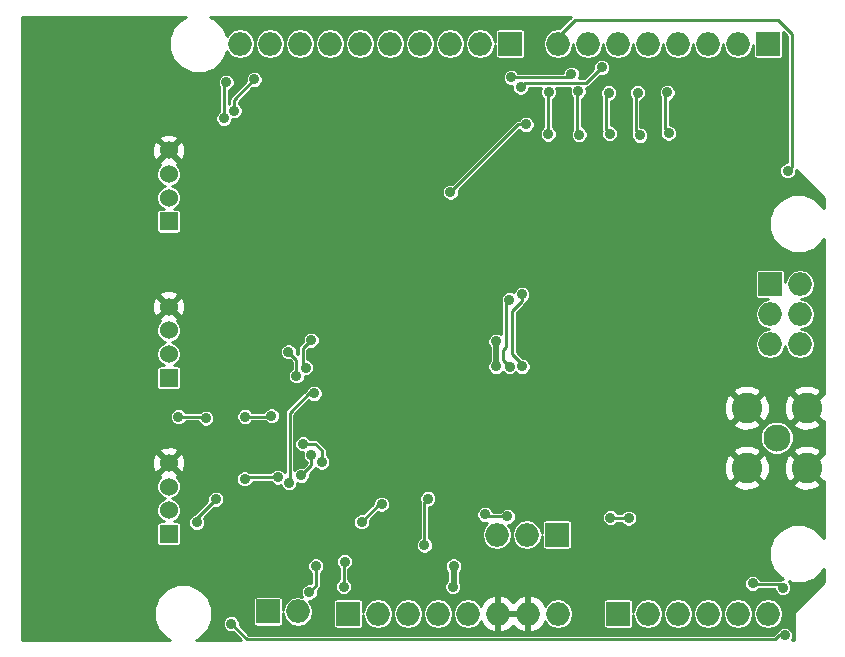
<source format=gbl>
G04 #@! TF.FileFunction,Copper,L2,Bot,Signal*
%FSLAX46Y46*%
G04 Gerber Fmt 4.6, Leading zero omitted, Abs format (unit mm)*
G04 Created by KiCad (PCBNEW 4.0.7-e2-6376~58~ubuntu16.04.1) date Fri Jul  6 10:04:11 2018*
%MOMM*%
%LPD*%
G01*
G04 APERTURE LIST*
%ADD10C,0.150000*%
%ADD11R,2.000000X2.000000*%
%ADD12O,2.000000X2.000000*%
%ADD13C,2.600000*%
%ADD14C,2.300000*%
%ADD15R,1.524000X1.524000*%
%ADD16C,1.524000*%
%ADD17C,0.889000*%
%ADD18C,0.250000*%
%ADD19C,0.500000*%
%ADD20C,0.254000*%
G04 APERTURE END LIST*
D10*
D11*
X138180000Y-68580000D03*
D12*
X135640000Y-68580000D03*
X133100000Y-68580000D03*
X130560000Y-68580000D03*
X128020000Y-68580000D03*
X125480000Y-68580000D03*
X122940000Y-68580000D03*
X120400000Y-68580000D03*
X117860000Y-68580000D03*
X115320000Y-68580000D03*
D11*
X160020000Y-68580000D03*
D12*
X157480000Y-68580000D03*
X154940000Y-68580000D03*
X152400000Y-68580000D03*
X149860000Y-68580000D03*
X147320000Y-68580000D03*
X144780000Y-68580000D03*
X142240000Y-68580000D03*
D11*
X124460000Y-116840000D03*
D12*
X127000000Y-116840000D03*
X129540000Y-116840000D03*
X132080000Y-116840000D03*
X134620000Y-116840000D03*
X137160000Y-116840000D03*
X139700000Y-116840000D03*
X142240000Y-116840000D03*
D11*
X147320000Y-116840000D03*
D12*
X149860000Y-116840000D03*
X152400000Y-116840000D03*
X154940000Y-116840000D03*
X157480000Y-116840000D03*
X160020000Y-116840000D03*
D11*
X117690000Y-116660000D03*
D12*
X120230000Y-116660000D03*
D11*
X160190000Y-88960000D03*
D12*
X162730000Y-88960000D03*
X160190000Y-91500000D03*
X162730000Y-91500000D03*
X160190000Y-94040000D03*
X162730000Y-94040000D03*
D13*
X158230000Y-104490000D03*
X158230000Y-99410000D03*
X163310000Y-99410000D03*
X163310000Y-104490000D03*
D14*
X160770000Y-101950000D03*
D11*
X142140000Y-110150000D03*
D12*
X139600000Y-110150000D03*
X137060000Y-110150000D03*
D15*
X109290000Y-83630000D03*
D16*
X109290000Y-81630000D03*
X109290000Y-79630000D03*
X109290000Y-77630000D03*
D15*
X109290000Y-96860000D03*
D16*
X109290000Y-94860000D03*
X109290000Y-92860000D03*
X109290000Y-90860000D03*
D15*
X109290000Y-110080000D03*
D16*
X109290000Y-108080000D03*
X109290000Y-106080000D03*
X109290000Y-104080000D03*
D17*
X149760000Y-103970000D03*
X163860000Y-107940000D03*
X162970000Y-107930000D03*
X162080000Y-107930000D03*
X161180000Y-107930000D03*
X160290000Y-107940000D03*
X159400000Y-107930000D03*
X158510000Y-107930000D03*
X157620000Y-107930000D03*
X156720000Y-107930000D03*
X155830000Y-107940000D03*
X154960000Y-107930000D03*
X154070000Y-107930000D03*
X153180000Y-107930000D03*
X152280000Y-107930000D03*
X151380000Y-107940000D03*
X150480000Y-107930000D03*
X149680000Y-107530000D03*
X149680000Y-106640000D03*
X149680000Y-105750000D03*
X149680000Y-104860000D03*
X150480000Y-100540000D03*
X150800000Y-97030000D03*
X150800000Y-97930000D03*
X150800000Y-98820000D03*
X150790000Y-99710000D03*
X150500000Y-95910000D03*
X163820000Y-96260000D03*
X162930000Y-96260000D03*
X162040000Y-96260000D03*
X161150000Y-96260000D03*
X160260000Y-96260000D03*
X159360000Y-96260000D03*
X158480000Y-96260000D03*
X157590000Y-96250000D03*
X156700000Y-96250000D03*
X155810000Y-96260000D03*
X154910000Y-96260000D03*
X154020000Y-96260000D03*
X153130000Y-96250000D03*
X152240000Y-96250000D03*
X151330000Y-96260000D03*
X157410000Y-91840000D03*
X124050000Y-104300000D03*
X123830000Y-107930000D03*
X125090000Y-95920000D03*
X118570000Y-91790000D03*
X151360000Y-85220000D03*
X136580000Y-74220000D03*
X133410000Y-112800000D03*
X133340000Y-114570000D03*
X137000000Y-95910000D03*
X137000000Y-93800000D03*
X124090000Y-114550000D03*
X124180000Y-112430000D03*
X125620000Y-109080000D03*
X127320000Y-107580000D03*
X131240000Y-107110000D03*
X130930000Y-111050000D03*
X121200000Y-115010000D03*
X121740000Y-112800000D03*
X120510000Y-105140000D03*
X121360000Y-103430000D03*
X119430000Y-94670000D03*
X120100000Y-96720000D03*
X120880000Y-96010000D03*
X121340000Y-93680000D03*
X133140000Y-81150000D03*
X139550000Y-75430000D03*
X138140000Y-90260000D03*
X138150000Y-95920000D03*
X119470000Y-105780000D03*
X121600000Y-98190000D03*
X139190000Y-89810000D03*
X139200000Y-95910000D03*
X161690000Y-79350000D03*
X113290000Y-107140000D03*
X111660000Y-109120000D03*
X115720000Y-105430000D03*
X158730000Y-114290000D03*
X161430000Y-118690000D03*
X114580000Y-117680000D03*
X161280000Y-114640000D03*
X113950000Y-74920000D03*
X114150000Y-71850000D03*
X118520000Y-105290000D03*
X117990000Y-100090000D03*
X115740000Y-100160000D03*
X120660000Y-102470000D03*
X148230000Y-108750000D03*
X146690000Y-108710000D03*
X137970000Y-108610000D03*
X136070000Y-108450000D03*
X122250000Y-104020000D03*
X116530000Y-71620000D03*
X114840000Y-74260000D03*
X112430000Y-100300000D03*
X110110000Y-100170000D03*
X138290000Y-71450000D03*
X143390000Y-71160000D03*
X139090000Y-72260000D03*
X145950000Y-70590000D03*
X141410000Y-76250000D03*
X141460000Y-72660000D03*
X151610000Y-76170000D03*
X151500000Y-72710000D03*
X149180000Y-76350000D03*
X148990000Y-72730000D03*
X146620000Y-76200000D03*
X146560000Y-72740000D03*
X143960000Y-72620000D03*
X144030000Y-76280000D03*
D18*
X162980000Y-107940000D02*
X163860000Y-107940000D01*
X162970000Y-107930000D02*
X162980000Y-107940000D01*
X161180000Y-107930000D02*
X162080000Y-107930000D01*
X159410000Y-107940000D02*
X160290000Y-107940000D01*
X159400000Y-107930000D02*
X159410000Y-107940000D01*
X157620000Y-107930000D02*
X158510000Y-107930000D01*
X155840000Y-107930000D02*
X156720000Y-107930000D01*
X155830000Y-107940000D02*
X155840000Y-107930000D01*
X154070000Y-107930000D02*
X154960000Y-107930000D01*
X152280000Y-107930000D02*
X153180000Y-107930000D01*
X150490000Y-107940000D02*
X151380000Y-107940000D01*
X150480000Y-107930000D02*
X150490000Y-107940000D01*
X149680000Y-106640000D02*
X149680000Y-107530000D01*
X149680000Y-104860000D02*
X149680000Y-105750000D01*
X150800000Y-97930000D02*
X150800000Y-97030000D01*
X150800000Y-99700000D02*
X150800000Y-98820000D01*
X150790000Y-99710000D02*
X150800000Y-99700000D01*
X162040000Y-96260000D02*
X162930000Y-96260000D01*
X160260000Y-96260000D02*
X161150000Y-96260000D01*
X158480000Y-96260000D02*
X159360000Y-96260000D01*
X156700000Y-96250000D02*
X157590000Y-96250000D01*
X154910000Y-96260000D02*
X155810000Y-96260000D01*
X153140000Y-96260000D02*
X154020000Y-96260000D01*
X153130000Y-96250000D02*
X153140000Y-96260000D01*
X151340000Y-96250000D02*
X152240000Y-96250000D01*
X151330000Y-96260000D02*
X151340000Y-96250000D01*
X157410000Y-91840000D02*
X157400000Y-91840000D01*
D19*
X133410000Y-114500000D02*
X133410000Y-112800000D01*
X133340000Y-114570000D02*
X133410000Y-114500000D01*
X137000000Y-93800000D02*
X137000000Y-95910000D01*
D18*
X124090000Y-112820000D02*
X124090000Y-112520000D01*
X124090000Y-114550000D02*
X124090000Y-112820000D01*
X124090000Y-112520000D02*
X124180000Y-112430000D01*
X125620000Y-109080000D02*
X127120000Y-107580000D01*
X127120000Y-107580000D02*
X127320000Y-107580000D01*
X131240000Y-107110000D02*
X130930000Y-107420000D01*
X130930000Y-107420000D02*
X130930000Y-111040000D01*
X130930000Y-111050000D02*
X130930000Y-111040000D01*
X121200000Y-115010000D02*
X121740000Y-114470000D01*
X121740000Y-114470000D02*
X121740000Y-112800000D01*
X120510000Y-105140000D02*
X121360000Y-104290000D01*
X121360000Y-104290000D02*
X121360000Y-103430000D01*
X119430000Y-94670000D02*
X120100000Y-95340000D01*
X120100000Y-95340000D02*
X120100000Y-96720000D01*
X120880000Y-96010000D02*
X120630000Y-95760000D01*
X120630000Y-95760000D02*
X120630000Y-94390000D01*
X120630000Y-94390000D02*
X121340000Y-93680000D01*
X133140000Y-81150000D02*
X138860000Y-75430000D01*
X138860000Y-75430000D02*
X139550000Y-75430000D01*
X137620000Y-94500000D02*
X137620000Y-95390000D01*
X137820000Y-94300000D02*
X137620000Y-94500000D01*
X137820000Y-90580000D02*
X137820000Y-94300000D01*
X138140000Y-90260000D02*
X137820000Y-90580000D01*
X137620000Y-95390000D02*
X138150000Y-95920000D01*
X121160000Y-98190000D02*
X121600000Y-98190000D01*
X119470000Y-105780000D02*
X119520000Y-105730000D01*
X119520000Y-105730000D02*
X119520000Y-99830000D01*
X119520000Y-99830000D02*
X121160000Y-98190000D01*
X139050000Y-95520000D02*
X139050000Y-95760000D01*
X139050000Y-95520000D02*
X138360000Y-94830000D01*
X138360000Y-94830000D02*
X138360000Y-91190000D01*
X138360000Y-91190000D02*
X139190000Y-90360000D01*
X139190000Y-90360000D02*
X139190000Y-89810000D01*
X139050000Y-95760000D02*
X139200000Y-95910000D01*
X142240000Y-68580000D02*
X142240000Y-67990000D01*
X142240000Y-67990000D02*
X143680000Y-66550000D01*
X143680000Y-66550000D02*
X160850000Y-66550000D01*
X160850000Y-66550000D02*
X162040000Y-67740000D01*
X162040000Y-67740000D02*
X162040000Y-79000000D01*
X162040000Y-79000000D02*
X161690000Y-79350000D01*
X111660000Y-109120000D02*
X111660000Y-108770000D01*
X111660000Y-108770000D02*
X113290000Y-107140000D01*
X118520000Y-105290000D02*
X115860000Y-105290000D01*
X115860000Y-105290000D02*
X115720000Y-105430000D01*
X160740000Y-114360000D02*
X161000000Y-114360000D01*
X158800000Y-114360000D02*
X158730000Y-114290000D01*
X160740000Y-114360000D02*
X159290000Y-114360000D01*
X160960000Y-118690000D02*
X161430000Y-118690000D01*
X160630000Y-119020000D02*
X160960000Y-118690000D01*
X115920000Y-119020000D02*
X160630000Y-119020000D01*
X114580000Y-117680000D02*
X115920000Y-119020000D01*
X159290000Y-114360000D02*
X158800000Y-114360000D01*
X161000000Y-114360000D02*
X161280000Y-114640000D01*
X113950000Y-72050000D02*
X113950000Y-74920000D01*
X114150000Y-71850000D02*
X113950000Y-72050000D01*
X118520000Y-105290000D02*
X118290000Y-105060000D01*
X116070000Y-100160000D02*
X115740000Y-100160000D01*
X117990000Y-100090000D02*
X117920000Y-100160000D01*
X117920000Y-100160000D02*
X116070000Y-100160000D01*
X121650000Y-102470000D02*
X121710000Y-102470000D01*
X120660000Y-102470000D02*
X121650000Y-102470000D01*
X146730000Y-108750000D02*
X148230000Y-108750000D01*
X146690000Y-108710000D02*
X146730000Y-108750000D01*
X136230000Y-108610000D02*
X137970000Y-108610000D01*
X136070000Y-108450000D02*
X136230000Y-108610000D01*
X122250000Y-103010000D02*
X122250000Y-104020000D01*
X121710000Y-102470000D02*
X122250000Y-103010000D01*
X116530000Y-71620000D02*
X114830000Y-73320000D01*
X114830000Y-73320000D02*
X114830000Y-74250000D01*
X114830000Y-74250000D02*
X114840000Y-74260000D01*
X111800000Y-100170000D02*
X112300000Y-100170000D01*
X112300000Y-100170000D02*
X112430000Y-100300000D01*
X111800000Y-100170000D02*
X110110000Y-100170000D01*
X142820000Y-71450000D02*
X143100000Y-71450000D01*
X142820000Y-71450000D02*
X138290000Y-71450000D01*
X143100000Y-71450000D02*
X143390000Y-71160000D01*
X143730000Y-71920000D02*
X143770000Y-71920000D01*
X139430000Y-71920000D02*
X143730000Y-71920000D01*
X139090000Y-72260000D02*
X139430000Y-71920000D01*
X144640000Y-71900000D02*
X145950000Y-70590000D01*
X143790000Y-71900000D02*
X144640000Y-71900000D01*
X143770000Y-71920000D02*
X143790000Y-71900000D01*
X141410000Y-72710000D02*
X141410000Y-76250000D01*
X141460000Y-72660000D02*
X141410000Y-72710000D01*
X151290000Y-75850000D02*
X151610000Y-76170000D01*
X151290000Y-72920000D02*
X151290000Y-75850000D01*
X151500000Y-72710000D02*
X151290000Y-72920000D01*
X148820000Y-75990000D02*
X149180000Y-76350000D01*
X148820000Y-72900000D02*
X148820000Y-75990000D01*
X148990000Y-72730000D02*
X148820000Y-72900000D01*
X146320000Y-75900000D02*
X146620000Y-76200000D01*
X146320000Y-72980000D02*
X146320000Y-75900000D01*
X146560000Y-72740000D02*
X146320000Y-72980000D01*
X143960000Y-72620000D02*
X143840000Y-72740000D01*
X143840000Y-72740000D02*
X143840000Y-76090000D01*
X143840000Y-76090000D02*
X144030000Y-76280000D01*
D20*
G36*
X110388725Y-66488877D02*
X109691326Y-67185060D01*
X109313431Y-68095133D01*
X109312571Y-69080544D01*
X109688877Y-69991275D01*
X110385060Y-70688674D01*
X111295133Y-71066569D01*
X112280544Y-71067429D01*
X113191275Y-70691123D01*
X113888674Y-69994940D01*
X114215875Y-69206952D01*
X114417025Y-69507993D01*
X114831313Y-69784812D01*
X115320000Y-69882018D01*
X115808687Y-69784812D01*
X116222975Y-69507993D01*
X116499794Y-69093705D01*
X116590000Y-68640209D01*
X116680206Y-69093705D01*
X116957025Y-69507993D01*
X117371313Y-69784812D01*
X117860000Y-69882018D01*
X118348687Y-69784812D01*
X118762975Y-69507993D01*
X119039794Y-69093705D01*
X119130000Y-68640209D01*
X119220206Y-69093705D01*
X119497025Y-69507993D01*
X119911313Y-69784812D01*
X120400000Y-69882018D01*
X120888687Y-69784812D01*
X121302975Y-69507993D01*
X121579794Y-69093705D01*
X121670000Y-68640209D01*
X121760206Y-69093705D01*
X122037025Y-69507993D01*
X122451313Y-69784812D01*
X122940000Y-69882018D01*
X123428687Y-69784812D01*
X123842975Y-69507993D01*
X124119794Y-69093705D01*
X124210000Y-68640209D01*
X124300206Y-69093705D01*
X124577025Y-69507993D01*
X124991313Y-69784812D01*
X125480000Y-69882018D01*
X125968687Y-69784812D01*
X126382975Y-69507993D01*
X126659794Y-69093705D01*
X126750000Y-68640209D01*
X126840206Y-69093705D01*
X127117025Y-69507993D01*
X127531313Y-69784812D01*
X128020000Y-69882018D01*
X128508687Y-69784812D01*
X128922975Y-69507993D01*
X129199794Y-69093705D01*
X129290000Y-68640209D01*
X129380206Y-69093705D01*
X129657025Y-69507993D01*
X130071313Y-69784812D01*
X130560000Y-69882018D01*
X131048687Y-69784812D01*
X131462975Y-69507993D01*
X131739794Y-69093705D01*
X131830000Y-68640209D01*
X131920206Y-69093705D01*
X132197025Y-69507993D01*
X132611313Y-69784812D01*
X133100000Y-69882018D01*
X133588687Y-69784812D01*
X134002975Y-69507993D01*
X134279794Y-69093705D01*
X134370000Y-68640209D01*
X134460206Y-69093705D01*
X134737025Y-69507993D01*
X135151313Y-69784812D01*
X135640000Y-69882018D01*
X136128687Y-69784812D01*
X136542975Y-69507993D01*
X136819794Y-69093705D01*
X136897574Y-68702679D01*
X136897574Y-69580000D01*
X136916889Y-69682650D01*
X136977555Y-69776927D01*
X137070120Y-69840175D01*
X137180000Y-69862426D01*
X139180000Y-69862426D01*
X139282650Y-69843111D01*
X139376927Y-69782445D01*
X139440175Y-69689880D01*
X139462426Y-69580000D01*
X139462426Y-67580000D01*
X139443111Y-67477350D01*
X139382445Y-67383073D01*
X139289880Y-67319825D01*
X139180000Y-67297574D01*
X137180000Y-67297574D01*
X137077350Y-67316889D01*
X136983073Y-67377555D01*
X136919825Y-67470120D01*
X136897574Y-67580000D01*
X136897574Y-68457321D01*
X136819794Y-68066295D01*
X136542975Y-67652007D01*
X136128687Y-67375188D01*
X135640000Y-67277982D01*
X135151313Y-67375188D01*
X134737025Y-67652007D01*
X134460206Y-68066295D01*
X134370000Y-68519791D01*
X134279794Y-68066295D01*
X134002975Y-67652007D01*
X133588687Y-67375188D01*
X133100000Y-67277982D01*
X132611313Y-67375188D01*
X132197025Y-67652007D01*
X131920206Y-68066295D01*
X131830000Y-68519791D01*
X131739794Y-68066295D01*
X131462975Y-67652007D01*
X131048687Y-67375188D01*
X130560000Y-67277982D01*
X130071313Y-67375188D01*
X129657025Y-67652007D01*
X129380206Y-68066295D01*
X129290000Y-68519791D01*
X129199794Y-68066295D01*
X128922975Y-67652007D01*
X128508687Y-67375188D01*
X128020000Y-67277982D01*
X127531313Y-67375188D01*
X127117025Y-67652007D01*
X126840206Y-68066295D01*
X126750000Y-68519791D01*
X126659794Y-68066295D01*
X126382975Y-67652007D01*
X125968687Y-67375188D01*
X125480000Y-67277982D01*
X124991313Y-67375188D01*
X124577025Y-67652007D01*
X124300206Y-68066295D01*
X124210000Y-68519791D01*
X124119794Y-68066295D01*
X123842975Y-67652007D01*
X123428687Y-67375188D01*
X122940000Y-67277982D01*
X122451313Y-67375188D01*
X122037025Y-67652007D01*
X121760206Y-68066295D01*
X121670000Y-68519791D01*
X121579794Y-68066295D01*
X121302975Y-67652007D01*
X120888687Y-67375188D01*
X120400000Y-67277982D01*
X119911313Y-67375188D01*
X119497025Y-67652007D01*
X119220206Y-68066295D01*
X119130000Y-68519791D01*
X119039794Y-68066295D01*
X118762975Y-67652007D01*
X118348687Y-67375188D01*
X117860000Y-67277982D01*
X117371313Y-67375188D01*
X116957025Y-67652007D01*
X116680206Y-68066295D01*
X116590000Y-68519791D01*
X116499794Y-68066295D01*
X116222975Y-67652007D01*
X115808687Y-67375188D01*
X115320000Y-67277982D01*
X114831313Y-67375188D01*
X114417025Y-67652007D01*
X114210351Y-67961316D01*
X113891123Y-67188725D01*
X113194940Y-66491326D01*
X112826959Y-66338527D01*
X143322959Y-66338527D01*
X142359695Y-67301791D01*
X142240000Y-67277982D01*
X141751313Y-67375188D01*
X141337025Y-67652007D01*
X141060206Y-68066295D01*
X140963000Y-68554982D01*
X140963000Y-68605018D01*
X141060206Y-69093705D01*
X141337025Y-69507993D01*
X141751313Y-69784812D01*
X142240000Y-69882018D01*
X142728687Y-69784812D01*
X143142975Y-69507993D01*
X143419794Y-69093705D01*
X143510000Y-68640209D01*
X143600206Y-69093705D01*
X143877025Y-69507993D01*
X144291313Y-69784812D01*
X144780000Y-69882018D01*
X145268687Y-69784812D01*
X145682975Y-69507993D01*
X145959794Y-69093705D01*
X146050000Y-68640209D01*
X146140206Y-69093705D01*
X146417025Y-69507993D01*
X146831313Y-69784812D01*
X147320000Y-69882018D01*
X147808687Y-69784812D01*
X148222975Y-69507993D01*
X148499794Y-69093705D01*
X148590000Y-68640209D01*
X148680206Y-69093705D01*
X148957025Y-69507993D01*
X149371313Y-69784812D01*
X149860000Y-69882018D01*
X150348687Y-69784812D01*
X150762975Y-69507993D01*
X151039794Y-69093705D01*
X151130000Y-68640209D01*
X151220206Y-69093705D01*
X151497025Y-69507993D01*
X151911313Y-69784812D01*
X152400000Y-69882018D01*
X152888687Y-69784812D01*
X153302975Y-69507993D01*
X153579794Y-69093705D01*
X153670000Y-68640209D01*
X153760206Y-69093705D01*
X154037025Y-69507993D01*
X154451313Y-69784812D01*
X154940000Y-69882018D01*
X155428687Y-69784812D01*
X155842975Y-69507993D01*
X156119794Y-69093705D01*
X156210000Y-68640209D01*
X156300206Y-69093705D01*
X156577025Y-69507993D01*
X156991313Y-69784812D01*
X157480000Y-69882018D01*
X157968687Y-69784812D01*
X158382975Y-69507993D01*
X158659794Y-69093705D01*
X158737574Y-68702679D01*
X158737574Y-69580000D01*
X158756889Y-69682650D01*
X158817555Y-69776927D01*
X158910120Y-69840175D01*
X159020000Y-69862426D01*
X161020000Y-69862426D01*
X161122650Y-69843111D01*
X161216927Y-69782445D01*
X161280175Y-69689880D01*
X161302426Y-69580000D01*
X161302426Y-67580000D01*
X161300326Y-67568840D01*
X161638000Y-67906514D01*
X161638000Y-78628454D01*
X161547114Y-78628375D01*
X161281837Y-78737985D01*
X161078699Y-78940769D01*
X160968626Y-79205855D01*
X160968375Y-79492886D01*
X161077985Y-79758163D01*
X161280769Y-79961301D01*
X161545855Y-80071374D01*
X161832886Y-80071625D01*
X162098163Y-79962015D01*
X162301301Y-79759231D01*
X162411374Y-79494145D01*
X162411544Y-79299544D01*
X164733000Y-81677164D01*
X164733000Y-82530075D01*
X164691123Y-82428725D01*
X163994940Y-81731326D01*
X163084867Y-81353431D01*
X162099456Y-81352571D01*
X161188725Y-81728877D01*
X160491326Y-82425060D01*
X160113431Y-83335133D01*
X160112571Y-84320544D01*
X160488877Y-85231275D01*
X161185060Y-85928674D01*
X162095133Y-86306569D01*
X163080544Y-86307429D01*
X163991275Y-85931123D01*
X164688674Y-85234940D01*
X164733000Y-85128191D01*
X164733000Y-98244466D01*
X164679459Y-98220146D01*
X163489605Y-99410000D01*
X164679459Y-100599854D01*
X164733000Y-100575534D01*
X164733000Y-103324466D01*
X164679459Y-103300146D01*
X163489605Y-104490000D01*
X164679459Y-105679854D01*
X164733000Y-105655534D01*
X164733000Y-110470075D01*
X164691123Y-110368725D01*
X163994940Y-109671326D01*
X163084867Y-109293431D01*
X162099456Y-109292571D01*
X161188725Y-109668877D01*
X160491326Y-110365060D01*
X160113431Y-111275133D01*
X160112571Y-112260544D01*
X160488877Y-113171275D01*
X161185060Y-113868674D01*
X161305107Y-113918522D01*
X161137114Y-113918375D01*
X161027821Y-113963534D01*
X161000000Y-113958000D01*
X159373485Y-113958000D01*
X159342015Y-113881837D01*
X159139231Y-113678699D01*
X158874145Y-113568626D01*
X158587114Y-113568375D01*
X158321837Y-113677985D01*
X158118699Y-113880769D01*
X158008626Y-114145855D01*
X158008375Y-114432886D01*
X158117985Y-114698163D01*
X158320769Y-114901301D01*
X158585855Y-115011374D01*
X158872886Y-115011625D01*
X159138163Y-114902015D01*
X159278422Y-114762000D01*
X160558393Y-114762000D01*
X160558375Y-114782886D01*
X160667985Y-115048163D01*
X160870769Y-115251301D01*
X161135855Y-115361374D01*
X161422886Y-115361625D01*
X161688163Y-115252015D01*
X161891301Y-115049231D01*
X162001374Y-114784145D01*
X162001625Y-114497114D01*
X161892015Y-114231837D01*
X161773330Y-114112945D01*
X162095133Y-114246569D01*
X163080544Y-114247429D01*
X163991275Y-113871123D01*
X164688674Y-113174940D01*
X164733000Y-113068191D01*
X164733000Y-114176836D01*
X162346029Y-116621556D01*
X162312248Y-116673443D01*
X162277891Y-116724863D01*
X162277503Y-116726813D01*
X162276417Y-116728481D01*
X162265066Y-116789339D01*
X162253000Y-116850000D01*
X162253000Y-119063000D01*
X162056345Y-119063000D01*
X162151374Y-118834145D01*
X162151625Y-118547114D01*
X162042015Y-118281837D01*
X161839231Y-118078699D01*
X161574145Y-117968626D01*
X161287114Y-117968375D01*
X161021837Y-118077985D01*
X160818699Y-118280769D01*
X160801773Y-118321532D01*
X160675743Y-118405743D01*
X160463486Y-118618000D01*
X116086514Y-118618000D01*
X115298817Y-117830303D01*
X115301374Y-117824145D01*
X115301625Y-117537114D01*
X115192015Y-117271837D01*
X114989231Y-117068699D01*
X114724145Y-116958626D01*
X114437114Y-116958375D01*
X114171837Y-117067985D01*
X113968699Y-117270769D01*
X113858626Y-117535855D01*
X113858375Y-117822886D01*
X113967985Y-118088163D01*
X114170769Y-118291301D01*
X114435855Y-118401374D01*
X114722886Y-118401625D01*
X114730121Y-118398635D01*
X115394486Y-119063000D01*
X111620512Y-119063000D01*
X111891275Y-118951123D01*
X112588674Y-118254940D01*
X112966569Y-117344867D01*
X112967429Y-116359456D01*
X112678420Y-115660000D01*
X116407574Y-115660000D01*
X116407574Y-117660000D01*
X116426889Y-117762650D01*
X116487555Y-117856927D01*
X116580120Y-117920175D01*
X116690000Y-117942426D01*
X118690000Y-117942426D01*
X118792650Y-117923111D01*
X118886927Y-117862445D01*
X118950175Y-117769880D01*
X118972426Y-117660000D01*
X118972426Y-116782679D01*
X119050206Y-117173705D01*
X119327025Y-117587993D01*
X119741313Y-117864812D01*
X120230000Y-117962018D01*
X120718687Y-117864812D01*
X121132975Y-117587993D01*
X121409794Y-117173705D01*
X121507000Y-116685018D01*
X121507000Y-116634982D01*
X121409794Y-116146295D01*
X121205134Y-115840000D01*
X123177574Y-115840000D01*
X123177574Y-117840000D01*
X123196889Y-117942650D01*
X123257555Y-118036927D01*
X123350120Y-118100175D01*
X123460000Y-118122426D01*
X125460000Y-118122426D01*
X125562650Y-118103111D01*
X125656927Y-118042445D01*
X125720175Y-117949880D01*
X125742426Y-117840000D01*
X125742426Y-116962679D01*
X125820206Y-117353705D01*
X126097025Y-117767993D01*
X126511313Y-118044812D01*
X127000000Y-118142018D01*
X127488687Y-118044812D01*
X127902975Y-117767993D01*
X128179794Y-117353705D01*
X128270000Y-116900209D01*
X128360206Y-117353705D01*
X128637025Y-117767993D01*
X129051313Y-118044812D01*
X129540000Y-118142018D01*
X130028687Y-118044812D01*
X130442975Y-117767993D01*
X130719794Y-117353705D01*
X130810000Y-116900209D01*
X130900206Y-117353705D01*
X131177025Y-117767993D01*
X131591313Y-118044812D01*
X132080000Y-118142018D01*
X132568687Y-118044812D01*
X132982975Y-117767993D01*
X133259794Y-117353705D01*
X133350000Y-116900209D01*
X133440206Y-117353705D01*
X133717025Y-117767993D01*
X134131313Y-118044812D01*
X134620000Y-118142018D01*
X135108687Y-118044812D01*
X135522975Y-117767993D01*
X135699934Y-117503156D01*
X135836495Y-117799994D01*
X136304615Y-118233402D01*
X136779566Y-118430124D01*
X137033000Y-118310777D01*
X137033000Y-116967000D01*
X137287000Y-116967000D01*
X137287000Y-118310777D01*
X137540434Y-118430124D01*
X138015385Y-118233402D01*
X138430000Y-117849532D01*
X138844615Y-118233402D01*
X139319566Y-118430124D01*
X139573000Y-118310777D01*
X139573000Y-116967000D01*
X137287000Y-116967000D01*
X137033000Y-116967000D01*
X137013000Y-116967000D01*
X137013000Y-116713000D01*
X137033000Y-116713000D01*
X137033000Y-115369223D01*
X137287000Y-115369223D01*
X137287000Y-116713000D01*
X139573000Y-116713000D01*
X139573000Y-115369223D01*
X139827000Y-115369223D01*
X139827000Y-116713000D01*
X139847000Y-116713000D01*
X139847000Y-116967000D01*
X139827000Y-116967000D01*
X139827000Y-118310777D01*
X140080434Y-118430124D01*
X140555385Y-118233402D01*
X141023505Y-117799994D01*
X141160066Y-117503156D01*
X141337025Y-117767993D01*
X141751313Y-118044812D01*
X142240000Y-118142018D01*
X142728687Y-118044812D01*
X143142975Y-117767993D01*
X143419794Y-117353705D01*
X143517000Y-116865018D01*
X143517000Y-116814982D01*
X143419794Y-116326295D01*
X143142975Y-115912007D01*
X143035210Y-115840000D01*
X146037574Y-115840000D01*
X146037574Y-117840000D01*
X146056889Y-117942650D01*
X146117555Y-118036927D01*
X146210120Y-118100175D01*
X146320000Y-118122426D01*
X148320000Y-118122426D01*
X148422650Y-118103111D01*
X148516927Y-118042445D01*
X148580175Y-117949880D01*
X148602426Y-117840000D01*
X148602426Y-116962679D01*
X148680206Y-117353705D01*
X148957025Y-117767993D01*
X149371313Y-118044812D01*
X149860000Y-118142018D01*
X150348687Y-118044812D01*
X150762975Y-117767993D01*
X151039794Y-117353705D01*
X151130000Y-116900209D01*
X151220206Y-117353705D01*
X151497025Y-117767993D01*
X151911313Y-118044812D01*
X152400000Y-118142018D01*
X152888687Y-118044812D01*
X153302975Y-117767993D01*
X153579794Y-117353705D01*
X153670000Y-116900209D01*
X153760206Y-117353705D01*
X154037025Y-117767993D01*
X154451313Y-118044812D01*
X154940000Y-118142018D01*
X155428687Y-118044812D01*
X155842975Y-117767993D01*
X156119794Y-117353705D01*
X156210000Y-116900209D01*
X156300206Y-117353705D01*
X156577025Y-117767993D01*
X156991313Y-118044812D01*
X157480000Y-118142018D01*
X157968687Y-118044812D01*
X158382975Y-117767993D01*
X158659794Y-117353705D01*
X158750000Y-116900209D01*
X158840206Y-117353705D01*
X159117025Y-117767993D01*
X159531313Y-118044812D01*
X160020000Y-118142018D01*
X160508687Y-118044812D01*
X160922975Y-117767993D01*
X161199794Y-117353705D01*
X161297000Y-116865018D01*
X161297000Y-116814982D01*
X161199794Y-116326295D01*
X160922975Y-115912007D01*
X160508687Y-115635188D01*
X160020000Y-115537982D01*
X159531313Y-115635188D01*
X159117025Y-115912007D01*
X158840206Y-116326295D01*
X158750000Y-116779791D01*
X158659794Y-116326295D01*
X158382975Y-115912007D01*
X157968687Y-115635188D01*
X157480000Y-115537982D01*
X156991313Y-115635188D01*
X156577025Y-115912007D01*
X156300206Y-116326295D01*
X156210000Y-116779791D01*
X156119794Y-116326295D01*
X155842975Y-115912007D01*
X155428687Y-115635188D01*
X154940000Y-115537982D01*
X154451313Y-115635188D01*
X154037025Y-115912007D01*
X153760206Y-116326295D01*
X153670000Y-116779791D01*
X153579794Y-116326295D01*
X153302975Y-115912007D01*
X152888687Y-115635188D01*
X152400000Y-115537982D01*
X151911313Y-115635188D01*
X151497025Y-115912007D01*
X151220206Y-116326295D01*
X151130000Y-116779791D01*
X151039794Y-116326295D01*
X150762975Y-115912007D01*
X150348687Y-115635188D01*
X149860000Y-115537982D01*
X149371313Y-115635188D01*
X148957025Y-115912007D01*
X148680206Y-116326295D01*
X148602426Y-116717321D01*
X148602426Y-115840000D01*
X148583111Y-115737350D01*
X148522445Y-115643073D01*
X148429880Y-115579825D01*
X148320000Y-115557574D01*
X146320000Y-115557574D01*
X146217350Y-115576889D01*
X146123073Y-115637555D01*
X146059825Y-115730120D01*
X146037574Y-115840000D01*
X143035210Y-115840000D01*
X142728687Y-115635188D01*
X142240000Y-115537982D01*
X141751313Y-115635188D01*
X141337025Y-115912007D01*
X141160066Y-116176844D01*
X141023505Y-115880006D01*
X140555385Y-115446598D01*
X140080434Y-115249876D01*
X139827000Y-115369223D01*
X139573000Y-115369223D01*
X139319566Y-115249876D01*
X138844615Y-115446598D01*
X138430000Y-115830468D01*
X138015385Y-115446598D01*
X137540434Y-115249876D01*
X137287000Y-115369223D01*
X137033000Y-115369223D01*
X136779566Y-115249876D01*
X136304615Y-115446598D01*
X135836495Y-115880006D01*
X135699934Y-116176844D01*
X135522975Y-115912007D01*
X135108687Y-115635188D01*
X134620000Y-115537982D01*
X134131313Y-115635188D01*
X133717025Y-115912007D01*
X133440206Y-116326295D01*
X133350000Y-116779791D01*
X133259794Y-116326295D01*
X132982975Y-115912007D01*
X132568687Y-115635188D01*
X132080000Y-115537982D01*
X131591313Y-115635188D01*
X131177025Y-115912007D01*
X130900206Y-116326295D01*
X130810000Y-116779791D01*
X130719794Y-116326295D01*
X130442975Y-115912007D01*
X130028687Y-115635188D01*
X129540000Y-115537982D01*
X129051313Y-115635188D01*
X128637025Y-115912007D01*
X128360206Y-116326295D01*
X128270000Y-116779791D01*
X128179794Y-116326295D01*
X127902975Y-115912007D01*
X127488687Y-115635188D01*
X127000000Y-115537982D01*
X126511313Y-115635188D01*
X126097025Y-115912007D01*
X125820206Y-116326295D01*
X125742426Y-116717321D01*
X125742426Y-115840000D01*
X125723111Y-115737350D01*
X125662445Y-115643073D01*
X125569880Y-115579825D01*
X125460000Y-115557574D01*
X123460000Y-115557574D01*
X123357350Y-115576889D01*
X123263073Y-115637555D01*
X123199825Y-115730120D01*
X123177574Y-115840000D01*
X121205134Y-115840000D01*
X121132975Y-115732007D01*
X121132127Y-115731441D01*
X121342886Y-115731625D01*
X121608163Y-115622015D01*
X121811301Y-115419231D01*
X121921374Y-115154145D01*
X121921625Y-114867114D01*
X121918635Y-114859879D01*
X122024257Y-114754257D01*
X122065264Y-114692886D01*
X123368375Y-114692886D01*
X123477985Y-114958163D01*
X123680769Y-115161301D01*
X123945855Y-115271374D01*
X124232886Y-115271625D01*
X124498163Y-115162015D01*
X124701301Y-114959231D01*
X124803592Y-114712886D01*
X132618375Y-114712886D01*
X132727985Y-114978163D01*
X132930769Y-115181301D01*
X133195855Y-115291374D01*
X133482886Y-115291625D01*
X133748163Y-115182015D01*
X133951301Y-114979231D01*
X134061374Y-114714145D01*
X134061625Y-114427114D01*
X133952015Y-114161837D01*
X133937000Y-114146796D01*
X133937000Y-113293385D01*
X134021301Y-113209231D01*
X134131374Y-112944145D01*
X134131625Y-112657114D01*
X134022015Y-112391837D01*
X133819231Y-112188699D01*
X133554145Y-112078626D01*
X133267114Y-112078375D01*
X133001837Y-112187985D01*
X132798699Y-112390769D01*
X132688626Y-112655855D01*
X132688375Y-112942886D01*
X132797985Y-113208163D01*
X132883000Y-113293326D01*
X132883000Y-114006737D01*
X132728699Y-114160769D01*
X132618626Y-114425855D01*
X132618375Y-114712886D01*
X124803592Y-114712886D01*
X124811374Y-114694145D01*
X124811625Y-114407114D01*
X124702015Y-114141837D01*
X124499231Y-113938699D01*
X124492000Y-113935696D01*
X124492000Y-113081749D01*
X124588163Y-113042015D01*
X124791301Y-112839231D01*
X124901374Y-112574145D01*
X124901625Y-112287114D01*
X124792015Y-112021837D01*
X124589231Y-111818699D01*
X124324145Y-111708626D01*
X124037114Y-111708375D01*
X123771837Y-111817985D01*
X123568699Y-112020769D01*
X123458626Y-112285855D01*
X123458375Y-112572886D01*
X123567985Y-112838163D01*
X123688000Y-112958388D01*
X123688000Y-113935439D01*
X123681837Y-113937985D01*
X123478699Y-114140769D01*
X123368626Y-114405855D01*
X123368375Y-114692886D01*
X122065264Y-114692886D01*
X122111400Y-114623839D01*
X122142000Y-114470000D01*
X122142000Y-113414561D01*
X122148163Y-113412015D01*
X122351301Y-113209231D01*
X122461374Y-112944145D01*
X122461625Y-112657114D01*
X122352015Y-112391837D01*
X122149231Y-112188699D01*
X121884145Y-112078626D01*
X121597114Y-112078375D01*
X121331837Y-112187985D01*
X121128699Y-112390769D01*
X121018626Y-112655855D01*
X121018375Y-112942886D01*
X121127985Y-113208163D01*
X121330769Y-113411301D01*
X121338000Y-113414304D01*
X121338000Y-114288621D01*
X121057114Y-114288375D01*
X120791837Y-114397985D01*
X120588699Y-114600769D01*
X120478626Y-114865855D01*
X120478375Y-115152886D01*
X120587985Y-115418163D01*
X120601720Y-115431922D01*
X120230000Y-115357982D01*
X119741313Y-115455188D01*
X119327025Y-115732007D01*
X119050206Y-116146295D01*
X118972426Y-116537321D01*
X118972426Y-115660000D01*
X118953111Y-115557350D01*
X118892445Y-115463073D01*
X118799880Y-115399825D01*
X118690000Y-115377574D01*
X116690000Y-115377574D01*
X116587350Y-115396889D01*
X116493073Y-115457555D01*
X116429825Y-115550120D01*
X116407574Y-115660000D01*
X112678420Y-115660000D01*
X112591123Y-115448725D01*
X111894940Y-114751326D01*
X110984867Y-114373431D01*
X109999456Y-114372571D01*
X109088725Y-114748877D01*
X108391326Y-115445060D01*
X108013431Y-116355133D01*
X108012571Y-117340544D01*
X108388877Y-118251275D01*
X109085060Y-118948674D01*
X109360388Y-119063000D01*
X96837000Y-119063000D01*
X96837000Y-111192886D01*
X130208375Y-111192886D01*
X130317985Y-111458163D01*
X130520769Y-111661301D01*
X130785855Y-111771374D01*
X131072886Y-111771625D01*
X131338163Y-111662015D01*
X131541301Y-111459231D01*
X131651374Y-111194145D01*
X131651625Y-110907114D01*
X131542015Y-110641837D01*
X131339231Y-110438699D01*
X131332000Y-110435696D01*
X131332000Y-108592886D01*
X135348375Y-108592886D01*
X135457985Y-108858163D01*
X135660769Y-109061301D01*
X135925855Y-109171374D01*
X136212886Y-109171625D01*
X136264091Y-109150467D01*
X136157025Y-109222007D01*
X135880206Y-109636295D01*
X135783000Y-110124982D01*
X135783000Y-110175018D01*
X135880206Y-110663705D01*
X136157025Y-111077993D01*
X136571313Y-111354812D01*
X137060000Y-111452018D01*
X137548687Y-111354812D01*
X137962975Y-111077993D01*
X138239794Y-110663705D01*
X138330000Y-110210209D01*
X138420206Y-110663705D01*
X138697025Y-111077993D01*
X139111313Y-111354812D01*
X139600000Y-111452018D01*
X140088687Y-111354812D01*
X140502975Y-111077993D01*
X140779794Y-110663705D01*
X140857574Y-110272679D01*
X140857574Y-111150000D01*
X140876889Y-111252650D01*
X140937555Y-111346927D01*
X141030120Y-111410175D01*
X141140000Y-111432426D01*
X143140000Y-111432426D01*
X143242650Y-111413111D01*
X143336927Y-111352445D01*
X143400175Y-111259880D01*
X143422426Y-111150000D01*
X143422426Y-109150000D01*
X143403111Y-109047350D01*
X143342445Y-108953073D01*
X143249880Y-108889825D01*
X143140000Y-108867574D01*
X141140000Y-108867574D01*
X141037350Y-108886889D01*
X140943073Y-108947555D01*
X140879825Y-109040120D01*
X140857574Y-109150000D01*
X140857574Y-110027321D01*
X140779794Y-109636295D01*
X140502975Y-109222007D01*
X140088687Y-108945188D01*
X139624655Y-108852886D01*
X145968375Y-108852886D01*
X146077985Y-109118163D01*
X146280769Y-109321301D01*
X146545855Y-109431374D01*
X146832886Y-109431625D01*
X147098163Y-109322015D01*
X147268475Y-109152000D01*
X147615439Y-109152000D01*
X147617985Y-109158163D01*
X147820769Y-109361301D01*
X148085855Y-109471374D01*
X148372886Y-109471625D01*
X148638163Y-109362015D01*
X148841301Y-109159231D01*
X148951374Y-108894145D01*
X148951625Y-108607114D01*
X148842015Y-108341837D01*
X148639231Y-108138699D01*
X148374145Y-108028626D01*
X148087114Y-108028375D01*
X147821837Y-108137985D01*
X147618699Y-108340769D01*
X147615696Y-108348000D01*
X147321089Y-108348000D01*
X147302015Y-108301837D01*
X147099231Y-108098699D01*
X146834145Y-107988626D01*
X146547114Y-107988375D01*
X146281837Y-108097985D01*
X146078699Y-108300769D01*
X145968626Y-108565855D01*
X145968375Y-108852886D01*
X139624655Y-108852886D01*
X139600000Y-108847982D01*
X139111313Y-108945188D01*
X138697025Y-109222007D01*
X138420206Y-109636295D01*
X138330000Y-110089791D01*
X138239794Y-109636295D01*
X138036175Y-109331558D01*
X138112886Y-109331625D01*
X138378163Y-109222015D01*
X138581301Y-109019231D01*
X138691374Y-108754145D01*
X138691625Y-108467114D01*
X138582015Y-108201837D01*
X138379231Y-107998699D01*
X138114145Y-107888626D01*
X137827114Y-107888375D01*
X137561837Y-107997985D01*
X137358699Y-108200769D01*
X137355696Y-108208000D01*
X136750672Y-108208000D01*
X136682015Y-108041837D01*
X136479231Y-107838699D01*
X136214145Y-107728626D01*
X135927114Y-107728375D01*
X135661837Y-107837985D01*
X135458699Y-108040769D01*
X135348626Y-108305855D01*
X135348375Y-108592886D01*
X131332000Y-108592886D01*
X131332000Y-107831581D01*
X131382886Y-107831625D01*
X131648163Y-107722015D01*
X131851301Y-107519231D01*
X131961374Y-107254145D01*
X131961625Y-106967114D01*
X131852015Y-106701837D01*
X131649231Y-106498699D01*
X131384145Y-106388626D01*
X131097114Y-106388375D01*
X130831837Y-106497985D01*
X130628699Y-106700769D01*
X130518626Y-106965855D01*
X130518375Y-107252886D01*
X130547311Y-107322916D01*
X130528000Y-107420000D01*
X130528000Y-110435439D01*
X130521837Y-110437985D01*
X130318699Y-110640769D01*
X130208626Y-110905855D01*
X130208375Y-111192886D01*
X96837000Y-111192886D01*
X96837000Y-109318000D01*
X108245574Y-109318000D01*
X108245574Y-110842000D01*
X108264889Y-110944650D01*
X108325555Y-111038927D01*
X108418120Y-111102175D01*
X108528000Y-111124426D01*
X110052000Y-111124426D01*
X110154650Y-111105111D01*
X110248927Y-111044445D01*
X110312175Y-110951880D01*
X110334426Y-110842000D01*
X110334426Y-109318000D01*
X110324056Y-109262886D01*
X110938375Y-109262886D01*
X111047985Y-109528163D01*
X111250769Y-109731301D01*
X111515855Y-109841374D01*
X111802886Y-109841625D01*
X112068163Y-109732015D01*
X112271301Y-109529231D01*
X112381374Y-109264145D01*
X112381410Y-109222886D01*
X124898375Y-109222886D01*
X125007985Y-109488163D01*
X125210769Y-109691301D01*
X125475855Y-109801374D01*
X125762886Y-109801625D01*
X126028163Y-109692015D01*
X126231301Y-109489231D01*
X126341374Y-109224145D01*
X126341625Y-108937114D01*
X126338635Y-108929879D01*
X127028378Y-108240136D01*
X127175855Y-108301374D01*
X127462886Y-108301625D01*
X127728163Y-108192015D01*
X127931301Y-107989231D01*
X128041374Y-107724145D01*
X128041625Y-107437114D01*
X127932015Y-107171837D01*
X127729231Y-106968699D01*
X127464145Y-106858626D01*
X127177114Y-106858375D01*
X126911837Y-106967985D01*
X126708699Y-107170769D01*
X126598626Y-107435855D01*
X126598541Y-107532945D01*
X125770303Y-108361183D01*
X125764145Y-108358626D01*
X125477114Y-108358375D01*
X125211837Y-108467985D01*
X125008699Y-108670769D01*
X124898626Y-108935855D01*
X124898375Y-109222886D01*
X112381410Y-109222886D01*
X112381625Y-108977114D01*
X112276302Y-108722212D01*
X113139697Y-107858817D01*
X113145855Y-107861374D01*
X113432886Y-107861625D01*
X113698163Y-107752015D01*
X113901301Y-107549231D01*
X114011374Y-107284145D01*
X114011625Y-106997114D01*
X113902015Y-106731837D01*
X113699231Y-106528699D01*
X113434145Y-106418626D01*
X113147114Y-106418375D01*
X112881837Y-106527985D01*
X112678699Y-106730769D01*
X112568626Y-106995855D01*
X112568375Y-107282886D01*
X112571365Y-107290121D01*
X111425086Y-108436400D01*
X111251837Y-108507985D01*
X111048699Y-108710769D01*
X110938626Y-108975855D01*
X110938375Y-109262886D01*
X110324056Y-109262886D01*
X110315111Y-109215350D01*
X110254445Y-109121073D01*
X110161880Y-109057825D01*
X110052000Y-109035574D01*
X109698105Y-109035574D01*
X109877777Y-108961335D01*
X110170308Y-108669315D01*
X110328819Y-108287577D01*
X110329180Y-107874237D01*
X110171335Y-107492223D01*
X109879315Y-107199692D01*
X109590825Y-107079901D01*
X109877777Y-106961335D01*
X110170308Y-106669315D01*
X110328819Y-106287577D01*
X110329180Y-105874237D01*
X110204665Y-105572886D01*
X114998375Y-105572886D01*
X115107985Y-105838163D01*
X115310769Y-106041301D01*
X115575855Y-106151374D01*
X115862886Y-106151625D01*
X116128163Y-106042015D01*
X116331301Y-105839231D01*
X116392436Y-105692000D01*
X117905439Y-105692000D01*
X117907985Y-105698163D01*
X118110769Y-105901301D01*
X118375855Y-106011374D01*
X118662886Y-106011625D01*
X118767227Y-105968512D01*
X118857985Y-106188163D01*
X119060769Y-106391301D01*
X119325855Y-106501374D01*
X119612886Y-106501625D01*
X119878163Y-106392015D01*
X120081301Y-106189231D01*
X120191374Y-105924145D01*
X120191492Y-105788972D01*
X120365855Y-105861374D01*
X120652886Y-105861625D01*
X120658128Y-105859459D01*
X157040146Y-105859459D01*
X157175504Y-106157455D01*
X157893880Y-106434066D01*
X158663427Y-106414710D01*
X159284496Y-106157455D01*
X159419854Y-105859459D01*
X162120146Y-105859459D01*
X162255504Y-106157455D01*
X162973880Y-106434066D01*
X163743427Y-106414710D01*
X164364496Y-106157455D01*
X164499854Y-105859459D01*
X163310000Y-104669605D01*
X162120146Y-105859459D01*
X159419854Y-105859459D01*
X158230000Y-104669605D01*
X157040146Y-105859459D01*
X120658128Y-105859459D01*
X120918163Y-105752015D01*
X121121301Y-105549231D01*
X121231374Y-105284145D01*
X121231625Y-104997114D01*
X121228635Y-104989879D01*
X121644257Y-104574257D01*
X121700219Y-104490505D01*
X121840769Y-104631301D01*
X122105855Y-104741374D01*
X122392886Y-104741625D01*
X122658163Y-104632015D01*
X122861301Y-104429231D01*
X122971374Y-104164145D01*
X122971382Y-104153880D01*
X156285934Y-104153880D01*
X156305290Y-104923427D01*
X156562545Y-105544496D01*
X156860541Y-105679854D01*
X158050395Y-104490000D01*
X158409605Y-104490000D01*
X159599459Y-105679854D01*
X159897455Y-105544496D01*
X160174066Y-104826120D01*
X160157158Y-104153880D01*
X161365934Y-104153880D01*
X161385290Y-104923427D01*
X161642545Y-105544496D01*
X161940541Y-105679854D01*
X163130395Y-104490000D01*
X161940541Y-103300146D01*
X161642545Y-103435504D01*
X161365934Y-104153880D01*
X160157158Y-104153880D01*
X160154710Y-104056573D01*
X159897455Y-103435504D01*
X159599459Y-103300146D01*
X158409605Y-104490000D01*
X158050395Y-104490000D01*
X156860541Y-103300146D01*
X156562545Y-103435504D01*
X156285934Y-104153880D01*
X122971382Y-104153880D01*
X122971625Y-103877114D01*
X122862015Y-103611837D01*
X122659231Y-103408699D01*
X122652000Y-103405696D01*
X122652000Y-103120541D01*
X157040146Y-103120541D01*
X158230000Y-104310395D01*
X159419854Y-103120541D01*
X159284496Y-102822545D01*
X158566120Y-102545934D01*
X157796573Y-102565290D01*
X157175504Y-102822545D01*
X157040146Y-103120541D01*
X122652000Y-103120541D01*
X122652000Y-103010000D01*
X122621400Y-102856161D01*
X122534257Y-102725743D01*
X122041117Y-102232603D01*
X159342752Y-102232603D01*
X159559543Y-102757275D01*
X159960614Y-103159047D01*
X160484907Y-103376752D01*
X161052603Y-103377248D01*
X161577275Y-103160457D01*
X161617260Y-103120541D01*
X162120146Y-103120541D01*
X163310000Y-104310395D01*
X164499854Y-103120541D01*
X164364496Y-102822545D01*
X163646120Y-102545934D01*
X162876573Y-102565290D01*
X162255504Y-102822545D01*
X162120146Y-103120541D01*
X161617260Y-103120541D01*
X161979047Y-102759386D01*
X162196752Y-102235093D01*
X162197248Y-101667397D01*
X161980457Y-101142725D01*
X161617825Y-100779459D01*
X162120146Y-100779459D01*
X162255504Y-101077455D01*
X162973880Y-101354066D01*
X163743427Y-101334710D01*
X164364496Y-101077455D01*
X164499854Y-100779459D01*
X163310000Y-99589605D01*
X162120146Y-100779459D01*
X161617825Y-100779459D01*
X161579386Y-100740953D01*
X161055093Y-100523248D01*
X160487397Y-100522752D01*
X159962725Y-100739543D01*
X159560953Y-101140614D01*
X159343248Y-101664907D01*
X159342752Y-102232603D01*
X122041117Y-102232603D01*
X121994257Y-102185743D01*
X121863839Y-102098600D01*
X121710000Y-102068000D01*
X121274561Y-102068000D01*
X121272015Y-102061837D01*
X121069231Y-101858699D01*
X120804145Y-101748626D01*
X120517114Y-101748375D01*
X120251837Y-101857985D01*
X120048699Y-102060769D01*
X119938626Y-102325855D01*
X119938375Y-102612886D01*
X120047985Y-102878163D01*
X120250769Y-103081301D01*
X120515855Y-103191374D01*
X120677799Y-103191516D01*
X120638626Y-103285855D01*
X120638375Y-103572886D01*
X120747985Y-103838163D01*
X120950769Y-104041301D01*
X120958000Y-104044304D01*
X120958000Y-104123486D01*
X120660303Y-104421183D01*
X120654145Y-104418626D01*
X120367114Y-104418375D01*
X120101837Y-104527985D01*
X119922000Y-104707509D01*
X119922000Y-100779459D01*
X157040146Y-100779459D01*
X157175504Y-101077455D01*
X157893880Y-101354066D01*
X158663427Y-101334710D01*
X159284496Y-101077455D01*
X159419854Y-100779459D01*
X158230000Y-99589605D01*
X157040146Y-100779459D01*
X119922000Y-100779459D01*
X119922000Y-99996514D01*
X120844634Y-99073880D01*
X156285934Y-99073880D01*
X156305290Y-99843427D01*
X156562545Y-100464496D01*
X156860541Y-100599854D01*
X158050395Y-99410000D01*
X158409605Y-99410000D01*
X159599459Y-100599854D01*
X159897455Y-100464496D01*
X160174066Y-99746120D01*
X160157158Y-99073880D01*
X161365934Y-99073880D01*
X161385290Y-99843427D01*
X161642545Y-100464496D01*
X161940541Y-100599854D01*
X163130395Y-99410000D01*
X161940541Y-98220146D01*
X161642545Y-98355504D01*
X161365934Y-99073880D01*
X160157158Y-99073880D01*
X160154710Y-98976573D01*
X159897455Y-98355504D01*
X159599459Y-98220146D01*
X158409605Y-99410000D01*
X158050395Y-99410000D01*
X156860541Y-98220146D01*
X156562545Y-98355504D01*
X156285934Y-99073880D01*
X120844634Y-99073880D01*
X121154023Y-98764491D01*
X121190769Y-98801301D01*
X121455855Y-98911374D01*
X121742886Y-98911625D01*
X122008163Y-98802015D01*
X122211301Y-98599231D01*
X122321374Y-98334145D01*
X122321625Y-98047114D01*
X122318910Y-98040541D01*
X157040146Y-98040541D01*
X158230000Y-99230395D01*
X159419854Y-98040541D01*
X162120146Y-98040541D01*
X163310000Y-99230395D01*
X164499854Y-98040541D01*
X164364496Y-97742545D01*
X163646120Y-97465934D01*
X162876573Y-97485290D01*
X162255504Y-97742545D01*
X162120146Y-98040541D01*
X159419854Y-98040541D01*
X159284496Y-97742545D01*
X158566120Y-97465934D01*
X157796573Y-97485290D01*
X157175504Y-97742545D01*
X157040146Y-98040541D01*
X122318910Y-98040541D01*
X122212015Y-97781837D01*
X122009231Y-97578699D01*
X121744145Y-97468626D01*
X121457114Y-97468375D01*
X121191837Y-97577985D01*
X120988699Y-97780769D01*
X120960253Y-97849275D01*
X120875743Y-97905743D01*
X119235743Y-99545743D01*
X119148600Y-99676161D01*
X119118000Y-99830000D01*
X119118000Y-104867798D01*
X118929231Y-104678699D01*
X118664145Y-104568626D01*
X118377114Y-104568375D01*
X118111837Y-104677985D01*
X118030438Y-104759242D01*
X118005743Y-104775743D01*
X117989386Y-104800222D01*
X117908699Y-104880769D01*
X117905696Y-104888000D01*
X116198411Y-104888000D01*
X116129231Y-104818699D01*
X115864145Y-104708626D01*
X115577114Y-104708375D01*
X115311837Y-104817985D01*
X115108699Y-105020769D01*
X114998626Y-105285855D01*
X114998375Y-105572886D01*
X110204665Y-105572886D01*
X110171335Y-105492223D01*
X109993338Y-105313914D01*
X110021143Y-105302397D01*
X110090608Y-105060213D01*
X109290000Y-104259605D01*
X108489392Y-105060213D01*
X108558857Y-105302397D01*
X108587922Y-105312766D01*
X108409692Y-105490685D01*
X108251181Y-105872423D01*
X108250820Y-106285763D01*
X108408665Y-106667777D01*
X108700685Y-106960308D01*
X108989175Y-107080099D01*
X108702223Y-107198665D01*
X108409692Y-107490685D01*
X108251181Y-107872423D01*
X108250820Y-108285763D01*
X108408665Y-108667777D01*
X108700685Y-108960308D01*
X108881946Y-109035574D01*
X108528000Y-109035574D01*
X108425350Y-109054889D01*
X108331073Y-109115555D01*
X108267825Y-109208120D01*
X108245574Y-109318000D01*
X96837000Y-109318000D01*
X96837000Y-103872302D01*
X107880856Y-103872302D01*
X107908638Y-104427368D01*
X108067603Y-104811143D01*
X108309787Y-104880608D01*
X109110395Y-104080000D01*
X109469605Y-104080000D01*
X110270213Y-104880608D01*
X110512397Y-104811143D01*
X110699144Y-104287698D01*
X110671362Y-103732632D01*
X110512397Y-103348857D01*
X110270213Y-103279392D01*
X109469605Y-104080000D01*
X109110395Y-104080000D01*
X108309787Y-103279392D01*
X108067603Y-103348857D01*
X107880856Y-103872302D01*
X96837000Y-103872302D01*
X96837000Y-103099787D01*
X108489392Y-103099787D01*
X109290000Y-103900395D01*
X110090608Y-103099787D01*
X110021143Y-102857603D01*
X109497698Y-102670856D01*
X108942632Y-102698638D01*
X108558857Y-102857603D01*
X108489392Y-103099787D01*
X96837000Y-103099787D01*
X96837000Y-100312886D01*
X109388375Y-100312886D01*
X109497985Y-100578163D01*
X109700769Y-100781301D01*
X109965855Y-100891374D01*
X110252886Y-100891625D01*
X110518163Y-100782015D01*
X110721301Y-100579231D01*
X110724304Y-100572000D01*
X111761724Y-100572000D01*
X111817985Y-100708163D01*
X112020769Y-100911301D01*
X112285855Y-101021374D01*
X112572886Y-101021625D01*
X112838163Y-100912015D01*
X113041301Y-100709231D01*
X113151374Y-100444145D01*
X113151497Y-100302886D01*
X115018375Y-100302886D01*
X115127985Y-100568163D01*
X115330769Y-100771301D01*
X115595855Y-100881374D01*
X115882886Y-100881625D01*
X116148163Y-100772015D01*
X116351301Y-100569231D01*
X116354304Y-100562000D01*
X117441711Y-100562000D01*
X117580769Y-100701301D01*
X117845855Y-100811374D01*
X118132886Y-100811625D01*
X118398163Y-100702015D01*
X118601301Y-100499231D01*
X118711374Y-100234145D01*
X118711625Y-99947114D01*
X118602015Y-99681837D01*
X118399231Y-99478699D01*
X118134145Y-99368626D01*
X117847114Y-99368375D01*
X117581837Y-99477985D01*
X117378699Y-99680769D01*
X117346630Y-99758000D01*
X116354561Y-99758000D01*
X116352015Y-99751837D01*
X116149231Y-99548699D01*
X115884145Y-99438626D01*
X115597114Y-99438375D01*
X115331837Y-99547985D01*
X115128699Y-99750769D01*
X115018626Y-100015855D01*
X115018375Y-100302886D01*
X113151497Y-100302886D01*
X113151625Y-100157114D01*
X113042015Y-99891837D01*
X112839231Y-99688699D01*
X112574145Y-99578626D01*
X112287114Y-99578375D01*
X112021837Y-99687985D01*
X111941682Y-99768000D01*
X110724561Y-99768000D01*
X110722015Y-99761837D01*
X110519231Y-99558699D01*
X110254145Y-99448626D01*
X109967114Y-99448375D01*
X109701837Y-99557985D01*
X109498699Y-99760769D01*
X109388626Y-100025855D01*
X109388375Y-100312886D01*
X96837000Y-100312886D01*
X96837000Y-96098000D01*
X108245574Y-96098000D01*
X108245574Y-97622000D01*
X108264889Y-97724650D01*
X108325555Y-97818927D01*
X108418120Y-97882175D01*
X108528000Y-97904426D01*
X110052000Y-97904426D01*
X110154650Y-97885111D01*
X110248927Y-97824445D01*
X110312175Y-97731880D01*
X110334426Y-97622000D01*
X110334426Y-96098000D01*
X110315111Y-95995350D01*
X110254445Y-95901073D01*
X110161880Y-95837825D01*
X110052000Y-95815574D01*
X109698105Y-95815574D01*
X109877777Y-95741335D01*
X110170308Y-95449315D01*
X110328819Y-95067577D01*
X110329041Y-94812886D01*
X118708375Y-94812886D01*
X118817985Y-95078163D01*
X119020769Y-95281301D01*
X119285855Y-95391374D01*
X119572886Y-95391625D01*
X119580121Y-95388635D01*
X119698000Y-95506514D01*
X119698000Y-96105439D01*
X119691837Y-96107985D01*
X119488699Y-96310769D01*
X119378626Y-96575855D01*
X119378375Y-96862886D01*
X119487985Y-97128163D01*
X119690769Y-97331301D01*
X119955855Y-97441374D01*
X120242886Y-97441625D01*
X120508163Y-97332015D01*
X120711301Y-97129231D01*
X120821374Y-96864145D01*
X120821490Y-96731449D01*
X121022886Y-96731625D01*
X121288163Y-96622015D01*
X121491301Y-96419231D01*
X121601374Y-96154145D01*
X121601625Y-95867114D01*
X121492015Y-95601837D01*
X121289231Y-95398699D01*
X121032000Y-95291888D01*
X121032000Y-94556514D01*
X121189697Y-94398817D01*
X121195855Y-94401374D01*
X121482886Y-94401625D01*
X121748163Y-94292015D01*
X121951301Y-94089231D01*
X122012068Y-93942886D01*
X136278375Y-93942886D01*
X136387985Y-94208163D01*
X136473000Y-94293326D01*
X136473000Y-95416615D01*
X136388699Y-95500769D01*
X136278626Y-95765855D01*
X136278375Y-96052886D01*
X136387985Y-96318163D01*
X136590769Y-96521301D01*
X136855855Y-96631374D01*
X137142886Y-96631625D01*
X137408163Y-96522015D01*
X137570113Y-96360347D01*
X137740769Y-96531301D01*
X138005855Y-96641374D01*
X138292886Y-96641625D01*
X138558163Y-96532015D01*
X138680026Y-96410365D01*
X138790769Y-96521301D01*
X139055855Y-96631374D01*
X139342886Y-96631625D01*
X139608163Y-96522015D01*
X139811301Y-96319231D01*
X139921374Y-96054145D01*
X139921625Y-95767114D01*
X139812015Y-95501837D01*
X139609231Y-95298699D01*
X139344145Y-95188626D01*
X139287090Y-95188576D01*
X138762000Y-94663486D01*
X138762000Y-91500000D01*
X158887982Y-91500000D01*
X158985188Y-91988687D01*
X159262007Y-92402975D01*
X159676295Y-92679794D01*
X160129791Y-92770000D01*
X159676295Y-92860206D01*
X159262007Y-93137025D01*
X158985188Y-93551313D01*
X158887982Y-94040000D01*
X158985188Y-94528687D01*
X159262007Y-94942975D01*
X159676295Y-95219794D01*
X160164982Y-95317000D01*
X160215018Y-95317000D01*
X160703705Y-95219794D01*
X161117993Y-94942975D01*
X161394812Y-94528687D01*
X161460000Y-94200965D01*
X161525188Y-94528687D01*
X161802007Y-94942975D01*
X162216295Y-95219794D01*
X162704982Y-95317000D01*
X162755018Y-95317000D01*
X163243705Y-95219794D01*
X163657993Y-94942975D01*
X163934812Y-94528687D01*
X164032018Y-94040000D01*
X163934812Y-93551313D01*
X163657993Y-93137025D01*
X163243705Y-92860206D01*
X162790209Y-92770000D01*
X163243705Y-92679794D01*
X163657993Y-92402975D01*
X163934812Y-91988687D01*
X164032018Y-91500000D01*
X163934812Y-91011313D01*
X163657993Y-90597025D01*
X163243705Y-90320206D01*
X162790209Y-90230000D01*
X163243705Y-90139794D01*
X163657993Y-89862975D01*
X163934812Y-89448687D01*
X164032018Y-88960000D01*
X163934812Y-88471313D01*
X163657993Y-88057025D01*
X163243705Y-87780206D01*
X162755018Y-87683000D01*
X162704982Y-87683000D01*
X162216295Y-87780206D01*
X161802007Y-88057025D01*
X161525188Y-88471313D01*
X161472426Y-88736565D01*
X161472426Y-87960000D01*
X161453111Y-87857350D01*
X161392445Y-87763073D01*
X161299880Y-87699825D01*
X161190000Y-87677574D01*
X159190000Y-87677574D01*
X159087350Y-87696889D01*
X158993073Y-87757555D01*
X158929825Y-87850120D01*
X158907574Y-87960000D01*
X158907574Y-89960000D01*
X158926889Y-90062650D01*
X158987555Y-90156927D01*
X159080120Y-90220175D01*
X159190000Y-90242426D01*
X160067321Y-90242426D01*
X159676295Y-90320206D01*
X159262007Y-90597025D01*
X158985188Y-91011313D01*
X158887982Y-91500000D01*
X138762000Y-91500000D01*
X138762000Y-91356514D01*
X139474257Y-90644257D01*
X139561400Y-90513839D01*
X139578008Y-90430343D01*
X139598163Y-90422015D01*
X139801301Y-90219231D01*
X139911374Y-89954145D01*
X139911625Y-89667114D01*
X139802015Y-89401837D01*
X139599231Y-89198699D01*
X139334145Y-89088626D01*
X139047114Y-89088375D01*
X138781837Y-89197985D01*
X138578699Y-89400769D01*
X138486556Y-89622674D01*
X138284145Y-89538626D01*
X137997114Y-89538375D01*
X137731837Y-89647985D01*
X137528699Y-89850769D01*
X137418626Y-90115855D01*
X137418375Y-90402886D01*
X137441903Y-90459829D01*
X137418000Y-90580000D01*
X137418000Y-93197483D01*
X137409231Y-93188699D01*
X137144145Y-93078626D01*
X136857114Y-93078375D01*
X136591837Y-93187985D01*
X136388699Y-93390769D01*
X136278626Y-93655855D01*
X136278375Y-93942886D01*
X122012068Y-93942886D01*
X122061374Y-93824145D01*
X122061625Y-93537114D01*
X121952015Y-93271837D01*
X121749231Y-93068699D01*
X121484145Y-92958626D01*
X121197114Y-92958375D01*
X120931837Y-93067985D01*
X120728699Y-93270769D01*
X120618626Y-93535855D01*
X120618375Y-93822886D01*
X120621365Y-93830121D01*
X120345743Y-94105743D01*
X120258600Y-94236161D01*
X120228000Y-94390000D01*
X120228000Y-94899486D01*
X120148817Y-94820303D01*
X120151374Y-94814145D01*
X120151625Y-94527114D01*
X120042015Y-94261837D01*
X119839231Y-94058699D01*
X119574145Y-93948626D01*
X119287114Y-93948375D01*
X119021837Y-94057985D01*
X118818699Y-94260769D01*
X118708626Y-94525855D01*
X118708375Y-94812886D01*
X110329041Y-94812886D01*
X110329180Y-94654237D01*
X110171335Y-94272223D01*
X109879315Y-93979692D01*
X109590825Y-93859901D01*
X109877777Y-93741335D01*
X110170308Y-93449315D01*
X110328819Y-93067577D01*
X110329180Y-92654237D01*
X110171335Y-92272223D01*
X109993338Y-92093914D01*
X110021143Y-92082397D01*
X110090608Y-91840213D01*
X109290000Y-91039605D01*
X108489392Y-91840213D01*
X108558857Y-92082397D01*
X108587922Y-92092766D01*
X108409692Y-92270685D01*
X108251181Y-92652423D01*
X108250820Y-93065763D01*
X108408665Y-93447777D01*
X108700685Y-93740308D01*
X108989175Y-93860099D01*
X108702223Y-93978665D01*
X108409692Y-94270685D01*
X108251181Y-94652423D01*
X108250820Y-95065763D01*
X108408665Y-95447777D01*
X108700685Y-95740308D01*
X108881946Y-95815574D01*
X108528000Y-95815574D01*
X108425350Y-95834889D01*
X108331073Y-95895555D01*
X108267825Y-95988120D01*
X108245574Y-96098000D01*
X96837000Y-96098000D01*
X96837000Y-90652302D01*
X107880856Y-90652302D01*
X107908638Y-91207368D01*
X108067603Y-91591143D01*
X108309787Y-91660608D01*
X109110395Y-90860000D01*
X109469605Y-90860000D01*
X110270213Y-91660608D01*
X110512397Y-91591143D01*
X110699144Y-91067698D01*
X110671362Y-90512632D01*
X110512397Y-90128857D01*
X110270213Y-90059392D01*
X109469605Y-90860000D01*
X109110395Y-90860000D01*
X108309787Y-90059392D01*
X108067603Y-90128857D01*
X107880856Y-90652302D01*
X96837000Y-90652302D01*
X96837000Y-89879787D01*
X108489392Y-89879787D01*
X109290000Y-90680395D01*
X110090608Y-89879787D01*
X110021143Y-89637603D01*
X109497698Y-89450856D01*
X108942632Y-89478638D01*
X108558857Y-89637603D01*
X108489392Y-89879787D01*
X96837000Y-89879787D01*
X96837000Y-82868000D01*
X108245574Y-82868000D01*
X108245574Y-84392000D01*
X108264889Y-84494650D01*
X108325555Y-84588927D01*
X108418120Y-84652175D01*
X108528000Y-84674426D01*
X110052000Y-84674426D01*
X110154650Y-84655111D01*
X110248927Y-84594445D01*
X110312175Y-84501880D01*
X110334426Y-84392000D01*
X110334426Y-82868000D01*
X110315111Y-82765350D01*
X110254445Y-82671073D01*
X110161880Y-82607825D01*
X110052000Y-82585574D01*
X109698105Y-82585574D01*
X109877777Y-82511335D01*
X110170308Y-82219315D01*
X110328819Y-81837577D01*
X110329180Y-81424237D01*
X110274907Y-81292886D01*
X132418375Y-81292886D01*
X132527985Y-81558163D01*
X132730769Y-81761301D01*
X132995855Y-81871374D01*
X133282886Y-81871625D01*
X133548163Y-81762015D01*
X133751301Y-81559231D01*
X133861374Y-81294145D01*
X133861625Y-81007114D01*
X133858635Y-80999879D01*
X138979132Y-75879382D01*
X139140769Y-76041301D01*
X139405855Y-76151374D01*
X139692886Y-76151625D01*
X139958163Y-76042015D01*
X140161301Y-75839231D01*
X140271374Y-75574145D01*
X140271625Y-75287114D01*
X140162015Y-75021837D01*
X139959231Y-74818699D01*
X139694145Y-74708626D01*
X139407114Y-74708375D01*
X139141837Y-74817985D01*
X138938699Y-75020769D01*
X138935696Y-75028000D01*
X138860000Y-75028000D01*
X138706161Y-75058600D01*
X138575743Y-75145743D01*
X133290303Y-80431183D01*
X133284145Y-80428626D01*
X132997114Y-80428375D01*
X132731837Y-80537985D01*
X132528699Y-80740769D01*
X132418626Y-81005855D01*
X132418375Y-81292886D01*
X110274907Y-81292886D01*
X110171335Y-81042223D01*
X109879315Y-80749692D01*
X109590825Y-80629901D01*
X109877777Y-80511335D01*
X110170308Y-80219315D01*
X110328819Y-79837577D01*
X110329180Y-79424237D01*
X110171335Y-79042223D01*
X109993338Y-78863914D01*
X110021143Y-78852397D01*
X110090608Y-78610213D01*
X109290000Y-77809605D01*
X108489392Y-78610213D01*
X108558857Y-78852397D01*
X108587922Y-78862766D01*
X108409692Y-79040685D01*
X108251181Y-79422423D01*
X108250820Y-79835763D01*
X108408665Y-80217777D01*
X108700685Y-80510308D01*
X108989175Y-80630099D01*
X108702223Y-80748665D01*
X108409692Y-81040685D01*
X108251181Y-81422423D01*
X108250820Y-81835763D01*
X108408665Y-82217777D01*
X108700685Y-82510308D01*
X108881946Y-82585574D01*
X108528000Y-82585574D01*
X108425350Y-82604889D01*
X108331073Y-82665555D01*
X108267825Y-82758120D01*
X108245574Y-82868000D01*
X96837000Y-82868000D01*
X96837000Y-77422302D01*
X107880856Y-77422302D01*
X107908638Y-77977368D01*
X108067603Y-78361143D01*
X108309787Y-78430608D01*
X109110395Y-77630000D01*
X109469605Y-77630000D01*
X110270213Y-78430608D01*
X110512397Y-78361143D01*
X110699144Y-77837698D01*
X110671362Y-77282632D01*
X110512397Y-76898857D01*
X110270213Y-76829392D01*
X109469605Y-77630000D01*
X109110395Y-77630000D01*
X108309787Y-76829392D01*
X108067603Y-76898857D01*
X107880856Y-77422302D01*
X96837000Y-77422302D01*
X96837000Y-76649787D01*
X108489392Y-76649787D01*
X109290000Y-77450395D01*
X110090608Y-76649787D01*
X110021143Y-76407603D01*
X109497698Y-76220856D01*
X108942632Y-76248638D01*
X108558857Y-76407603D01*
X108489392Y-76649787D01*
X96837000Y-76649787D01*
X96837000Y-75062886D01*
X113228375Y-75062886D01*
X113337985Y-75328163D01*
X113540769Y-75531301D01*
X113805855Y-75641374D01*
X114092886Y-75641625D01*
X114358163Y-75532015D01*
X114561301Y-75329231D01*
X114671374Y-75064145D01*
X114671455Y-74971242D01*
X114695855Y-74981374D01*
X114982886Y-74981625D01*
X115248163Y-74872015D01*
X115451301Y-74669231D01*
X115561374Y-74404145D01*
X115561625Y-74117114D01*
X115452015Y-73851837D01*
X115249231Y-73648699D01*
X115232000Y-73641544D01*
X115232000Y-73486514D01*
X116379697Y-72338817D01*
X116385855Y-72341374D01*
X116672886Y-72341625D01*
X116938163Y-72232015D01*
X117141301Y-72029231D01*
X117251374Y-71764145D01*
X117251523Y-71592886D01*
X137568375Y-71592886D01*
X137677985Y-71858163D01*
X137880769Y-72061301D01*
X138145855Y-72171374D01*
X138368577Y-72171569D01*
X138368375Y-72402886D01*
X138477985Y-72668163D01*
X138680769Y-72871301D01*
X138945855Y-72981374D01*
X139232886Y-72981625D01*
X139498163Y-72872015D01*
X139701301Y-72669231D01*
X139811374Y-72404145D01*
X139811446Y-72322000D01*
X140819121Y-72322000D01*
X140738626Y-72515855D01*
X140738375Y-72802886D01*
X140847985Y-73068163D01*
X141008000Y-73228457D01*
X141008000Y-75635439D01*
X141001837Y-75637985D01*
X140798699Y-75840769D01*
X140688626Y-76105855D01*
X140688375Y-76392886D01*
X140797985Y-76658163D01*
X141000769Y-76861301D01*
X141265855Y-76971374D01*
X141552886Y-76971625D01*
X141818163Y-76862015D01*
X142021301Y-76659231D01*
X142131374Y-76394145D01*
X142131625Y-76107114D01*
X142022015Y-75841837D01*
X141819231Y-75638699D01*
X141812000Y-75635696D01*
X141812000Y-73295221D01*
X141868163Y-73272015D01*
X142071301Y-73069231D01*
X142181374Y-72804145D01*
X142181625Y-72517114D01*
X142101006Y-72322000D01*
X143302512Y-72322000D01*
X143238626Y-72475855D01*
X143238375Y-72762886D01*
X143347985Y-73028163D01*
X143438000Y-73118335D01*
X143438000Y-75851502D01*
X143418699Y-75870769D01*
X143308626Y-76135855D01*
X143308375Y-76422886D01*
X143417985Y-76688163D01*
X143620769Y-76891301D01*
X143885855Y-77001374D01*
X144172886Y-77001625D01*
X144438163Y-76892015D01*
X144641301Y-76689231D01*
X144751374Y-76424145D01*
X144751625Y-76137114D01*
X144642015Y-75871837D01*
X144439231Y-75668699D01*
X144242000Y-75586802D01*
X144242000Y-73284144D01*
X144368163Y-73232015D01*
X144571301Y-73029231D01*
X144632068Y-72882886D01*
X145838375Y-72882886D01*
X145918000Y-73075594D01*
X145918000Y-75900000D01*
X145932686Y-75973830D01*
X145898626Y-76055855D01*
X145898375Y-76342886D01*
X146007985Y-76608163D01*
X146210769Y-76811301D01*
X146475855Y-76921374D01*
X146762886Y-76921625D01*
X147028163Y-76812015D01*
X147231301Y-76609231D01*
X147341374Y-76344145D01*
X147341625Y-76057114D01*
X147232015Y-75791837D01*
X147029231Y-75588699D01*
X146764145Y-75478626D01*
X146722000Y-75478589D01*
X146722000Y-73453727D01*
X146968163Y-73352015D01*
X147171301Y-73149231D01*
X147281374Y-72884145D01*
X147281383Y-72872886D01*
X148268375Y-72872886D01*
X148377985Y-73138163D01*
X148418000Y-73178248D01*
X148418000Y-75990000D01*
X148448600Y-76143839D01*
X148470665Y-76176862D01*
X148458626Y-76205855D01*
X148458375Y-76492886D01*
X148567985Y-76758163D01*
X148770769Y-76961301D01*
X149035855Y-77071374D01*
X149322886Y-77071625D01*
X149588163Y-76962015D01*
X149791301Y-76759231D01*
X149901374Y-76494145D01*
X149901625Y-76207114D01*
X149792015Y-75941837D01*
X149589231Y-75738699D01*
X149324145Y-75628626D01*
X149222000Y-75628537D01*
X149222000Y-73414804D01*
X149398163Y-73342015D01*
X149601301Y-73139231D01*
X149711374Y-72874145D01*
X149711392Y-72852886D01*
X150778375Y-72852886D01*
X150887985Y-73118163D01*
X150888000Y-73118178D01*
X150888000Y-75850000D01*
X150911853Y-75969918D01*
X150888626Y-76025855D01*
X150888375Y-76312886D01*
X150997985Y-76578163D01*
X151200769Y-76781301D01*
X151465855Y-76891374D01*
X151752886Y-76891625D01*
X152018163Y-76782015D01*
X152221301Y-76579231D01*
X152331374Y-76314145D01*
X152331625Y-76027114D01*
X152222015Y-75761837D01*
X152019231Y-75558699D01*
X151754145Y-75448626D01*
X151692000Y-75448572D01*
X151692000Y-73411332D01*
X151908163Y-73322015D01*
X152111301Y-73119231D01*
X152221374Y-72854145D01*
X152221625Y-72567114D01*
X152112015Y-72301837D01*
X151909231Y-72098699D01*
X151644145Y-71988626D01*
X151357114Y-71988375D01*
X151091837Y-72097985D01*
X150888699Y-72300769D01*
X150778626Y-72565855D01*
X150778375Y-72852886D01*
X149711392Y-72852886D01*
X149711625Y-72587114D01*
X149602015Y-72321837D01*
X149399231Y-72118699D01*
X149134145Y-72008626D01*
X148847114Y-72008375D01*
X148581837Y-72117985D01*
X148378699Y-72320769D01*
X148268626Y-72585855D01*
X148268375Y-72872886D01*
X147281383Y-72872886D01*
X147281625Y-72597114D01*
X147172015Y-72331837D01*
X146969231Y-72128699D01*
X146704145Y-72018626D01*
X146417114Y-72018375D01*
X146151837Y-72127985D01*
X145948699Y-72330769D01*
X145838626Y-72595855D01*
X145838375Y-72882886D01*
X144632068Y-72882886D01*
X144681374Y-72764145D01*
X144681625Y-72477114D01*
X144609270Y-72302000D01*
X144640000Y-72302000D01*
X144793839Y-72271400D01*
X144924257Y-72184257D01*
X145799697Y-71308817D01*
X145805855Y-71311374D01*
X146092886Y-71311625D01*
X146358163Y-71202015D01*
X146561301Y-70999231D01*
X146671374Y-70734145D01*
X146671625Y-70447114D01*
X146562015Y-70181837D01*
X146359231Y-69978699D01*
X146094145Y-69868626D01*
X145807114Y-69868375D01*
X145541837Y-69977985D01*
X145338699Y-70180769D01*
X145228626Y-70445855D01*
X145228375Y-70732886D01*
X145231365Y-70740121D01*
X144473486Y-71498000D01*
X144030879Y-71498000D01*
X144111374Y-71304145D01*
X144111625Y-71017114D01*
X144002015Y-70751837D01*
X143799231Y-70548699D01*
X143534145Y-70438626D01*
X143247114Y-70438375D01*
X142981837Y-70547985D01*
X142778699Y-70750769D01*
X142668626Y-71015855D01*
X142668598Y-71048000D01*
X138904561Y-71048000D01*
X138902015Y-71041837D01*
X138699231Y-70838699D01*
X138434145Y-70728626D01*
X138147114Y-70728375D01*
X137881837Y-70837985D01*
X137678699Y-71040769D01*
X137568626Y-71305855D01*
X137568375Y-71592886D01*
X117251523Y-71592886D01*
X117251625Y-71477114D01*
X117142015Y-71211837D01*
X116939231Y-71008699D01*
X116674145Y-70898626D01*
X116387114Y-70898375D01*
X116121837Y-71007985D01*
X115918699Y-71210769D01*
X115808626Y-71475855D01*
X115808375Y-71762886D01*
X115811365Y-71770121D01*
X114545743Y-73035743D01*
X114458600Y-73166161D01*
X114428000Y-73320000D01*
X114428000Y-73651815D01*
X114352000Y-73727683D01*
X114352000Y-72547200D01*
X114558163Y-72462015D01*
X114761301Y-72259231D01*
X114871374Y-71994145D01*
X114871625Y-71707114D01*
X114762015Y-71441837D01*
X114559231Y-71238699D01*
X114294145Y-71128626D01*
X114007114Y-71128375D01*
X113741837Y-71237985D01*
X113538699Y-71440769D01*
X113428626Y-71705855D01*
X113428375Y-71992886D01*
X113537985Y-72258163D01*
X113548000Y-72268195D01*
X113548000Y-74305439D01*
X113541837Y-74307985D01*
X113338699Y-74510769D01*
X113228626Y-74775855D01*
X113228375Y-75062886D01*
X96837000Y-75062886D01*
X96837000Y-66338527D01*
X110752600Y-66338527D01*
X110388725Y-66488877D01*
X110388725Y-66488877D01*
G37*
X110388725Y-66488877D02*
X109691326Y-67185060D01*
X109313431Y-68095133D01*
X109312571Y-69080544D01*
X109688877Y-69991275D01*
X110385060Y-70688674D01*
X111295133Y-71066569D01*
X112280544Y-71067429D01*
X113191275Y-70691123D01*
X113888674Y-69994940D01*
X114215875Y-69206952D01*
X114417025Y-69507993D01*
X114831313Y-69784812D01*
X115320000Y-69882018D01*
X115808687Y-69784812D01*
X116222975Y-69507993D01*
X116499794Y-69093705D01*
X116590000Y-68640209D01*
X116680206Y-69093705D01*
X116957025Y-69507993D01*
X117371313Y-69784812D01*
X117860000Y-69882018D01*
X118348687Y-69784812D01*
X118762975Y-69507993D01*
X119039794Y-69093705D01*
X119130000Y-68640209D01*
X119220206Y-69093705D01*
X119497025Y-69507993D01*
X119911313Y-69784812D01*
X120400000Y-69882018D01*
X120888687Y-69784812D01*
X121302975Y-69507993D01*
X121579794Y-69093705D01*
X121670000Y-68640209D01*
X121760206Y-69093705D01*
X122037025Y-69507993D01*
X122451313Y-69784812D01*
X122940000Y-69882018D01*
X123428687Y-69784812D01*
X123842975Y-69507993D01*
X124119794Y-69093705D01*
X124210000Y-68640209D01*
X124300206Y-69093705D01*
X124577025Y-69507993D01*
X124991313Y-69784812D01*
X125480000Y-69882018D01*
X125968687Y-69784812D01*
X126382975Y-69507993D01*
X126659794Y-69093705D01*
X126750000Y-68640209D01*
X126840206Y-69093705D01*
X127117025Y-69507993D01*
X127531313Y-69784812D01*
X128020000Y-69882018D01*
X128508687Y-69784812D01*
X128922975Y-69507993D01*
X129199794Y-69093705D01*
X129290000Y-68640209D01*
X129380206Y-69093705D01*
X129657025Y-69507993D01*
X130071313Y-69784812D01*
X130560000Y-69882018D01*
X131048687Y-69784812D01*
X131462975Y-69507993D01*
X131739794Y-69093705D01*
X131830000Y-68640209D01*
X131920206Y-69093705D01*
X132197025Y-69507993D01*
X132611313Y-69784812D01*
X133100000Y-69882018D01*
X133588687Y-69784812D01*
X134002975Y-69507993D01*
X134279794Y-69093705D01*
X134370000Y-68640209D01*
X134460206Y-69093705D01*
X134737025Y-69507993D01*
X135151313Y-69784812D01*
X135640000Y-69882018D01*
X136128687Y-69784812D01*
X136542975Y-69507993D01*
X136819794Y-69093705D01*
X136897574Y-68702679D01*
X136897574Y-69580000D01*
X136916889Y-69682650D01*
X136977555Y-69776927D01*
X137070120Y-69840175D01*
X137180000Y-69862426D01*
X139180000Y-69862426D01*
X139282650Y-69843111D01*
X139376927Y-69782445D01*
X139440175Y-69689880D01*
X139462426Y-69580000D01*
X139462426Y-67580000D01*
X139443111Y-67477350D01*
X139382445Y-67383073D01*
X139289880Y-67319825D01*
X139180000Y-67297574D01*
X137180000Y-67297574D01*
X137077350Y-67316889D01*
X136983073Y-67377555D01*
X136919825Y-67470120D01*
X136897574Y-67580000D01*
X136897574Y-68457321D01*
X136819794Y-68066295D01*
X136542975Y-67652007D01*
X136128687Y-67375188D01*
X135640000Y-67277982D01*
X135151313Y-67375188D01*
X134737025Y-67652007D01*
X134460206Y-68066295D01*
X134370000Y-68519791D01*
X134279794Y-68066295D01*
X134002975Y-67652007D01*
X133588687Y-67375188D01*
X133100000Y-67277982D01*
X132611313Y-67375188D01*
X132197025Y-67652007D01*
X131920206Y-68066295D01*
X131830000Y-68519791D01*
X131739794Y-68066295D01*
X131462975Y-67652007D01*
X131048687Y-67375188D01*
X130560000Y-67277982D01*
X130071313Y-67375188D01*
X129657025Y-67652007D01*
X129380206Y-68066295D01*
X129290000Y-68519791D01*
X129199794Y-68066295D01*
X128922975Y-67652007D01*
X128508687Y-67375188D01*
X128020000Y-67277982D01*
X127531313Y-67375188D01*
X127117025Y-67652007D01*
X126840206Y-68066295D01*
X126750000Y-68519791D01*
X126659794Y-68066295D01*
X126382975Y-67652007D01*
X125968687Y-67375188D01*
X125480000Y-67277982D01*
X124991313Y-67375188D01*
X124577025Y-67652007D01*
X124300206Y-68066295D01*
X124210000Y-68519791D01*
X124119794Y-68066295D01*
X123842975Y-67652007D01*
X123428687Y-67375188D01*
X122940000Y-67277982D01*
X122451313Y-67375188D01*
X122037025Y-67652007D01*
X121760206Y-68066295D01*
X121670000Y-68519791D01*
X121579794Y-68066295D01*
X121302975Y-67652007D01*
X120888687Y-67375188D01*
X120400000Y-67277982D01*
X119911313Y-67375188D01*
X119497025Y-67652007D01*
X119220206Y-68066295D01*
X119130000Y-68519791D01*
X119039794Y-68066295D01*
X118762975Y-67652007D01*
X118348687Y-67375188D01*
X117860000Y-67277982D01*
X117371313Y-67375188D01*
X116957025Y-67652007D01*
X116680206Y-68066295D01*
X116590000Y-68519791D01*
X116499794Y-68066295D01*
X116222975Y-67652007D01*
X115808687Y-67375188D01*
X115320000Y-67277982D01*
X114831313Y-67375188D01*
X114417025Y-67652007D01*
X114210351Y-67961316D01*
X113891123Y-67188725D01*
X113194940Y-66491326D01*
X112826959Y-66338527D01*
X143322959Y-66338527D01*
X142359695Y-67301791D01*
X142240000Y-67277982D01*
X141751313Y-67375188D01*
X141337025Y-67652007D01*
X141060206Y-68066295D01*
X140963000Y-68554982D01*
X140963000Y-68605018D01*
X141060206Y-69093705D01*
X141337025Y-69507993D01*
X141751313Y-69784812D01*
X142240000Y-69882018D01*
X142728687Y-69784812D01*
X143142975Y-69507993D01*
X143419794Y-69093705D01*
X143510000Y-68640209D01*
X143600206Y-69093705D01*
X143877025Y-69507993D01*
X144291313Y-69784812D01*
X144780000Y-69882018D01*
X145268687Y-69784812D01*
X145682975Y-69507993D01*
X145959794Y-69093705D01*
X146050000Y-68640209D01*
X146140206Y-69093705D01*
X146417025Y-69507993D01*
X146831313Y-69784812D01*
X147320000Y-69882018D01*
X147808687Y-69784812D01*
X148222975Y-69507993D01*
X148499794Y-69093705D01*
X148590000Y-68640209D01*
X148680206Y-69093705D01*
X148957025Y-69507993D01*
X149371313Y-69784812D01*
X149860000Y-69882018D01*
X150348687Y-69784812D01*
X150762975Y-69507993D01*
X151039794Y-69093705D01*
X151130000Y-68640209D01*
X151220206Y-69093705D01*
X151497025Y-69507993D01*
X151911313Y-69784812D01*
X152400000Y-69882018D01*
X152888687Y-69784812D01*
X153302975Y-69507993D01*
X153579794Y-69093705D01*
X153670000Y-68640209D01*
X153760206Y-69093705D01*
X154037025Y-69507993D01*
X154451313Y-69784812D01*
X154940000Y-69882018D01*
X155428687Y-69784812D01*
X155842975Y-69507993D01*
X156119794Y-69093705D01*
X156210000Y-68640209D01*
X156300206Y-69093705D01*
X156577025Y-69507993D01*
X156991313Y-69784812D01*
X157480000Y-69882018D01*
X157968687Y-69784812D01*
X158382975Y-69507993D01*
X158659794Y-69093705D01*
X158737574Y-68702679D01*
X158737574Y-69580000D01*
X158756889Y-69682650D01*
X158817555Y-69776927D01*
X158910120Y-69840175D01*
X159020000Y-69862426D01*
X161020000Y-69862426D01*
X161122650Y-69843111D01*
X161216927Y-69782445D01*
X161280175Y-69689880D01*
X161302426Y-69580000D01*
X161302426Y-67580000D01*
X161300326Y-67568840D01*
X161638000Y-67906514D01*
X161638000Y-78628454D01*
X161547114Y-78628375D01*
X161281837Y-78737985D01*
X161078699Y-78940769D01*
X160968626Y-79205855D01*
X160968375Y-79492886D01*
X161077985Y-79758163D01*
X161280769Y-79961301D01*
X161545855Y-80071374D01*
X161832886Y-80071625D01*
X162098163Y-79962015D01*
X162301301Y-79759231D01*
X162411374Y-79494145D01*
X162411544Y-79299544D01*
X164733000Y-81677164D01*
X164733000Y-82530075D01*
X164691123Y-82428725D01*
X163994940Y-81731326D01*
X163084867Y-81353431D01*
X162099456Y-81352571D01*
X161188725Y-81728877D01*
X160491326Y-82425060D01*
X160113431Y-83335133D01*
X160112571Y-84320544D01*
X160488877Y-85231275D01*
X161185060Y-85928674D01*
X162095133Y-86306569D01*
X163080544Y-86307429D01*
X163991275Y-85931123D01*
X164688674Y-85234940D01*
X164733000Y-85128191D01*
X164733000Y-98244466D01*
X164679459Y-98220146D01*
X163489605Y-99410000D01*
X164679459Y-100599854D01*
X164733000Y-100575534D01*
X164733000Y-103324466D01*
X164679459Y-103300146D01*
X163489605Y-104490000D01*
X164679459Y-105679854D01*
X164733000Y-105655534D01*
X164733000Y-110470075D01*
X164691123Y-110368725D01*
X163994940Y-109671326D01*
X163084867Y-109293431D01*
X162099456Y-109292571D01*
X161188725Y-109668877D01*
X160491326Y-110365060D01*
X160113431Y-111275133D01*
X160112571Y-112260544D01*
X160488877Y-113171275D01*
X161185060Y-113868674D01*
X161305107Y-113918522D01*
X161137114Y-113918375D01*
X161027821Y-113963534D01*
X161000000Y-113958000D01*
X159373485Y-113958000D01*
X159342015Y-113881837D01*
X159139231Y-113678699D01*
X158874145Y-113568626D01*
X158587114Y-113568375D01*
X158321837Y-113677985D01*
X158118699Y-113880769D01*
X158008626Y-114145855D01*
X158008375Y-114432886D01*
X158117985Y-114698163D01*
X158320769Y-114901301D01*
X158585855Y-115011374D01*
X158872886Y-115011625D01*
X159138163Y-114902015D01*
X159278422Y-114762000D01*
X160558393Y-114762000D01*
X160558375Y-114782886D01*
X160667985Y-115048163D01*
X160870769Y-115251301D01*
X161135855Y-115361374D01*
X161422886Y-115361625D01*
X161688163Y-115252015D01*
X161891301Y-115049231D01*
X162001374Y-114784145D01*
X162001625Y-114497114D01*
X161892015Y-114231837D01*
X161773330Y-114112945D01*
X162095133Y-114246569D01*
X163080544Y-114247429D01*
X163991275Y-113871123D01*
X164688674Y-113174940D01*
X164733000Y-113068191D01*
X164733000Y-114176836D01*
X162346029Y-116621556D01*
X162312248Y-116673443D01*
X162277891Y-116724863D01*
X162277503Y-116726813D01*
X162276417Y-116728481D01*
X162265066Y-116789339D01*
X162253000Y-116850000D01*
X162253000Y-119063000D01*
X162056345Y-119063000D01*
X162151374Y-118834145D01*
X162151625Y-118547114D01*
X162042015Y-118281837D01*
X161839231Y-118078699D01*
X161574145Y-117968626D01*
X161287114Y-117968375D01*
X161021837Y-118077985D01*
X160818699Y-118280769D01*
X160801773Y-118321532D01*
X160675743Y-118405743D01*
X160463486Y-118618000D01*
X116086514Y-118618000D01*
X115298817Y-117830303D01*
X115301374Y-117824145D01*
X115301625Y-117537114D01*
X115192015Y-117271837D01*
X114989231Y-117068699D01*
X114724145Y-116958626D01*
X114437114Y-116958375D01*
X114171837Y-117067985D01*
X113968699Y-117270769D01*
X113858626Y-117535855D01*
X113858375Y-117822886D01*
X113967985Y-118088163D01*
X114170769Y-118291301D01*
X114435855Y-118401374D01*
X114722886Y-118401625D01*
X114730121Y-118398635D01*
X115394486Y-119063000D01*
X111620512Y-119063000D01*
X111891275Y-118951123D01*
X112588674Y-118254940D01*
X112966569Y-117344867D01*
X112967429Y-116359456D01*
X112678420Y-115660000D01*
X116407574Y-115660000D01*
X116407574Y-117660000D01*
X116426889Y-117762650D01*
X116487555Y-117856927D01*
X116580120Y-117920175D01*
X116690000Y-117942426D01*
X118690000Y-117942426D01*
X118792650Y-117923111D01*
X118886927Y-117862445D01*
X118950175Y-117769880D01*
X118972426Y-117660000D01*
X118972426Y-116782679D01*
X119050206Y-117173705D01*
X119327025Y-117587993D01*
X119741313Y-117864812D01*
X120230000Y-117962018D01*
X120718687Y-117864812D01*
X121132975Y-117587993D01*
X121409794Y-117173705D01*
X121507000Y-116685018D01*
X121507000Y-116634982D01*
X121409794Y-116146295D01*
X121205134Y-115840000D01*
X123177574Y-115840000D01*
X123177574Y-117840000D01*
X123196889Y-117942650D01*
X123257555Y-118036927D01*
X123350120Y-118100175D01*
X123460000Y-118122426D01*
X125460000Y-118122426D01*
X125562650Y-118103111D01*
X125656927Y-118042445D01*
X125720175Y-117949880D01*
X125742426Y-117840000D01*
X125742426Y-116962679D01*
X125820206Y-117353705D01*
X126097025Y-117767993D01*
X126511313Y-118044812D01*
X127000000Y-118142018D01*
X127488687Y-118044812D01*
X127902975Y-117767993D01*
X128179794Y-117353705D01*
X128270000Y-116900209D01*
X128360206Y-117353705D01*
X128637025Y-117767993D01*
X129051313Y-118044812D01*
X129540000Y-118142018D01*
X130028687Y-118044812D01*
X130442975Y-117767993D01*
X130719794Y-117353705D01*
X130810000Y-116900209D01*
X130900206Y-117353705D01*
X131177025Y-117767993D01*
X131591313Y-118044812D01*
X132080000Y-118142018D01*
X132568687Y-118044812D01*
X132982975Y-117767993D01*
X133259794Y-117353705D01*
X133350000Y-116900209D01*
X133440206Y-117353705D01*
X133717025Y-117767993D01*
X134131313Y-118044812D01*
X134620000Y-118142018D01*
X135108687Y-118044812D01*
X135522975Y-117767993D01*
X135699934Y-117503156D01*
X135836495Y-117799994D01*
X136304615Y-118233402D01*
X136779566Y-118430124D01*
X137033000Y-118310777D01*
X137033000Y-116967000D01*
X137287000Y-116967000D01*
X137287000Y-118310777D01*
X137540434Y-118430124D01*
X138015385Y-118233402D01*
X138430000Y-117849532D01*
X138844615Y-118233402D01*
X139319566Y-118430124D01*
X139573000Y-118310777D01*
X139573000Y-116967000D01*
X137287000Y-116967000D01*
X137033000Y-116967000D01*
X137013000Y-116967000D01*
X137013000Y-116713000D01*
X137033000Y-116713000D01*
X137033000Y-115369223D01*
X137287000Y-115369223D01*
X137287000Y-116713000D01*
X139573000Y-116713000D01*
X139573000Y-115369223D01*
X139827000Y-115369223D01*
X139827000Y-116713000D01*
X139847000Y-116713000D01*
X139847000Y-116967000D01*
X139827000Y-116967000D01*
X139827000Y-118310777D01*
X140080434Y-118430124D01*
X140555385Y-118233402D01*
X141023505Y-117799994D01*
X141160066Y-117503156D01*
X141337025Y-117767993D01*
X141751313Y-118044812D01*
X142240000Y-118142018D01*
X142728687Y-118044812D01*
X143142975Y-117767993D01*
X143419794Y-117353705D01*
X143517000Y-116865018D01*
X143517000Y-116814982D01*
X143419794Y-116326295D01*
X143142975Y-115912007D01*
X143035210Y-115840000D01*
X146037574Y-115840000D01*
X146037574Y-117840000D01*
X146056889Y-117942650D01*
X146117555Y-118036927D01*
X146210120Y-118100175D01*
X146320000Y-118122426D01*
X148320000Y-118122426D01*
X148422650Y-118103111D01*
X148516927Y-118042445D01*
X148580175Y-117949880D01*
X148602426Y-117840000D01*
X148602426Y-116962679D01*
X148680206Y-117353705D01*
X148957025Y-117767993D01*
X149371313Y-118044812D01*
X149860000Y-118142018D01*
X150348687Y-118044812D01*
X150762975Y-117767993D01*
X151039794Y-117353705D01*
X151130000Y-116900209D01*
X151220206Y-117353705D01*
X151497025Y-117767993D01*
X151911313Y-118044812D01*
X152400000Y-118142018D01*
X152888687Y-118044812D01*
X153302975Y-117767993D01*
X153579794Y-117353705D01*
X153670000Y-116900209D01*
X153760206Y-117353705D01*
X154037025Y-117767993D01*
X154451313Y-118044812D01*
X154940000Y-118142018D01*
X155428687Y-118044812D01*
X155842975Y-117767993D01*
X156119794Y-117353705D01*
X156210000Y-116900209D01*
X156300206Y-117353705D01*
X156577025Y-117767993D01*
X156991313Y-118044812D01*
X157480000Y-118142018D01*
X157968687Y-118044812D01*
X158382975Y-117767993D01*
X158659794Y-117353705D01*
X158750000Y-116900209D01*
X158840206Y-117353705D01*
X159117025Y-117767993D01*
X159531313Y-118044812D01*
X160020000Y-118142018D01*
X160508687Y-118044812D01*
X160922975Y-117767993D01*
X161199794Y-117353705D01*
X161297000Y-116865018D01*
X161297000Y-116814982D01*
X161199794Y-116326295D01*
X160922975Y-115912007D01*
X160508687Y-115635188D01*
X160020000Y-115537982D01*
X159531313Y-115635188D01*
X159117025Y-115912007D01*
X158840206Y-116326295D01*
X158750000Y-116779791D01*
X158659794Y-116326295D01*
X158382975Y-115912007D01*
X157968687Y-115635188D01*
X157480000Y-115537982D01*
X156991313Y-115635188D01*
X156577025Y-115912007D01*
X156300206Y-116326295D01*
X156210000Y-116779791D01*
X156119794Y-116326295D01*
X155842975Y-115912007D01*
X155428687Y-115635188D01*
X154940000Y-115537982D01*
X154451313Y-115635188D01*
X154037025Y-115912007D01*
X153760206Y-116326295D01*
X153670000Y-116779791D01*
X153579794Y-116326295D01*
X153302975Y-115912007D01*
X152888687Y-115635188D01*
X152400000Y-115537982D01*
X151911313Y-115635188D01*
X151497025Y-115912007D01*
X151220206Y-116326295D01*
X151130000Y-116779791D01*
X151039794Y-116326295D01*
X150762975Y-115912007D01*
X150348687Y-115635188D01*
X149860000Y-115537982D01*
X149371313Y-115635188D01*
X148957025Y-115912007D01*
X148680206Y-116326295D01*
X148602426Y-116717321D01*
X148602426Y-115840000D01*
X148583111Y-115737350D01*
X148522445Y-115643073D01*
X148429880Y-115579825D01*
X148320000Y-115557574D01*
X146320000Y-115557574D01*
X146217350Y-115576889D01*
X146123073Y-115637555D01*
X146059825Y-115730120D01*
X146037574Y-115840000D01*
X143035210Y-115840000D01*
X142728687Y-115635188D01*
X142240000Y-115537982D01*
X141751313Y-115635188D01*
X141337025Y-115912007D01*
X141160066Y-116176844D01*
X141023505Y-115880006D01*
X140555385Y-115446598D01*
X140080434Y-115249876D01*
X139827000Y-115369223D01*
X139573000Y-115369223D01*
X139319566Y-115249876D01*
X138844615Y-115446598D01*
X138430000Y-115830468D01*
X138015385Y-115446598D01*
X137540434Y-115249876D01*
X137287000Y-115369223D01*
X137033000Y-115369223D01*
X136779566Y-115249876D01*
X136304615Y-115446598D01*
X135836495Y-115880006D01*
X135699934Y-116176844D01*
X135522975Y-115912007D01*
X135108687Y-115635188D01*
X134620000Y-115537982D01*
X134131313Y-115635188D01*
X133717025Y-115912007D01*
X133440206Y-116326295D01*
X133350000Y-116779791D01*
X133259794Y-116326295D01*
X132982975Y-115912007D01*
X132568687Y-115635188D01*
X132080000Y-115537982D01*
X131591313Y-115635188D01*
X131177025Y-115912007D01*
X130900206Y-116326295D01*
X130810000Y-116779791D01*
X130719794Y-116326295D01*
X130442975Y-115912007D01*
X130028687Y-115635188D01*
X129540000Y-115537982D01*
X129051313Y-115635188D01*
X128637025Y-115912007D01*
X128360206Y-116326295D01*
X128270000Y-116779791D01*
X128179794Y-116326295D01*
X127902975Y-115912007D01*
X127488687Y-115635188D01*
X127000000Y-115537982D01*
X126511313Y-115635188D01*
X126097025Y-115912007D01*
X125820206Y-116326295D01*
X125742426Y-116717321D01*
X125742426Y-115840000D01*
X125723111Y-115737350D01*
X125662445Y-115643073D01*
X125569880Y-115579825D01*
X125460000Y-115557574D01*
X123460000Y-115557574D01*
X123357350Y-115576889D01*
X123263073Y-115637555D01*
X123199825Y-115730120D01*
X123177574Y-115840000D01*
X121205134Y-115840000D01*
X121132975Y-115732007D01*
X121132127Y-115731441D01*
X121342886Y-115731625D01*
X121608163Y-115622015D01*
X121811301Y-115419231D01*
X121921374Y-115154145D01*
X121921625Y-114867114D01*
X121918635Y-114859879D01*
X122024257Y-114754257D01*
X122065264Y-114692886D01*
X123368375Y-114692886D01*
X123477985Y-114958163D01*
X123680769Y-115161301D01*
X123945855Y-115271374D01*
X124232886Y-115271625D01*
X124498163Y-115162015D01*
X124701301Y-114959231D01*
X124803592Y-114712886D01*
X132618375Y-114712886D01*
X132727985Y-114978163D01*
X132930769Y-115181301D01*
X133195855Y-115291374D01*
X133482886Y-115291625D01*
X133748163Y-115182015D01*
X133951301Y-114979231D01*
X134061374Y-114714145D01*
X134061625Y-114427114D01*
X133952015Y-114161837D01*
X133937000Y-114146796D01*
X133937000Y-113293385D01*
X134021301Y-113209231D01*
X134131374Y-112944145D01*
X134131625Y-112657114D01*
X134022015Y-112391837D01*
X133819231Y-112188699D01*
X133554145Y-112078626D01*
X133267114Y-112078375D01*
X133001837Y-112187985D01*
X132798699Y-112390769D01*
X132688626Y-112655855D01*
X132688375Y-112942886D01*
X132797985Y-113208163D01*
X132883000Y-113293326D01*
X132883000Y-114006737D01*
X132728699Y-114160769D01*
X132618626Y-114425855D01*
X132618375Y-114712886D01*
X124803592Y-114712886D01*
X124811374Y-114694145D01*
X124811625Y-114407114D01*
X124702015Y-114141837D01*
X124499231Y-113938699D01*
X124492000Y-113935696D01*
X124492000Y-113081749D01*
X124588163Y-113042015D01*
X124791301Y-112839231D01*
X124901374Y-112574145D01*
X124901625Y-112287114D01*
X124792015Y-112021837D01*
X124589231Y-111818699D01*
X124324145Y-111708626D01*
X124037114Y-111708375D01*
X123771837Y-111817985D01*
X123568699Y-112020769D01*
X123458626Y-112285855D01*
X123458375Y-112572886D01*
X123567985Y-112838163D01*
X123688000Y-112958388D01*
X123688000Y-113935439D01*
X123681837Y-113937985D01*
X123478699Y-114140769D01*
X123368626Y-114405855D01*
X123368375Y-114692886D01*
X122065264Y-114692886D01*
X122111400Y-114623839D01*
X122142000Y-114470000D01*
X122142000Y-113414561D01*
X122148163Y-113412015D01*
X122351301Y-113209231D01*
X122461374Y-112944145D01*
X122461625Y-112657114D01*
X122352015Y-112391837D01*
X122149231Y-112188699D01*
X121884145Y-112078626D01*
X121597114Y-112078375D01*
X121331837Y-112187985D01*
X121128699Y-112390769D01*
X121018626Y-112655855D01*
X121018375Y-112942886D01*
X121127985Y-113208163D01*
X121330769Y-113411301D01*
X121338000Y-113414304D01*
X121338000Y-114288621D01*
X121057114Y-114288375D01*
X120791837Y-114397985D01*
X120588699Y-114600769D01*
X120478626Y-114865855D01*
X120478375Y-115152886D01*
X120587985Y-115418163D01*
X120601720Y-115431922D01*
X120230000Y-115357982D01*
X119741313Y-115455188D01*
X119327025Y-115732007D01*
X119050206Y-116146295D01*
X118972426Y-116537321D01*
X118972426Y-115660000D01*
X118953111Y-115557350D01*
X118892445Y-115463073D01*
X118799880Y-115399825D01*
X118690000Y-115377574D01*
X116690000Y-115377574D01*
X116587350Y-115396889D01*
X116493073Y-115457555D01*
X116429825Y-115550120D01*
X116407574Y-115660000D01*
X112678420Y-115660000D01*
X112591123Y-115448725D01*
X111894940Y-114751326D01*
X110984867Y-114373431D01*
X109999456Y-114372571D01*
X109088725Y-114748877D01*
X108391326Y-115445060D01*
X108013431Y-116355133D01*
X108012571Y-117340544D01*
X108388877Y-118251275D01*
X109085060Y-118948674D01*
X109360388Y-119063000D01*
X96837000Y-119063000D01*
X96837000Y-111192886D01*
X130208375Y-111192886D01*
X130317985Y-111458163D01*
X130520769Y-111661301D01*
X130785855Y-111771374D01*
X131072886Y-111771625D01*
X131338163Y-111662015D01*
X131541301Y-111459231D01*
X131651374Y-111194145D01*
X131651625Y-110907114D01*
X131542015Y-110641837D01*
X131339231Y-110438699D01*
X131332000Y-110435696D01*
X131332000Y-108592886D01*
X135348375Y-108592886D01*
X135457985Y-108858163D01*
X135660769Y-109061301D01*
X135925855Y-109171374D01*
X136212886Y-109171625D01*
X136264091Y-109150467D01*
X136157025Y-109222007D01*
X135880206Y-109636295D01*
X135783000Y-110124982D01*
X135783000Y-110175018D01*
X135880206Y-110663705D01*
X136157025Y-111077993D01*
X136571313Y-111354812D01*
X137060000Y-111452018D01*
X137548687Y-111354812D01*
X137962975Y-111077993D01*
X138239794Y-110663705D01*
X138330000Y-110210209D01*
X138420206Y-110663705D01*
X138697025Y-111077993D01*
X139111313Y-111354812D01*
X139600000Y-111452018D01*
X140088687Y-111354812D01*
X140502975Y-111077993D01*
X140779794Y-110663705D01*
X140857574Y-110272679D01*
X140857574Y-111150000D01*
X140876889Y-111252650D01*
X140937555Y-111346927D01*
X141030120Y-111410175D01*
X141140000Y-111432426D01*
X143140000Y-111432426D01*
X143242650Y-111413111D01*
X143336927Y-111352445D01*
X143400175Y-111259880D01*
X143422426Y-111150000D01*
X143422426Y-109150000D01*
X143403111Y-109047350D01*
X143342445Y-108953073D01*
X143249880Y-108889825D01*
X143140000Y-108867574D01*
X141140000Y-108867574D01*
X141037350Y-108886889D01*
X140943073Y-108947555D01*
X140879825Y-109040120D01*
X140857574Y-109150000D01*
X140857574Y-110027321D01*
X140779794Y-109636295D01*
X140502975Y-109222007D01*
X140088687Y-108945188D01*
X139624655Y-108852886D01*
X145968375Y-108852886D01*
X146077985Y-109118163D01*
X146280769Y-109321301D01*
X146545855Y-109431374D01*
X146832886Y-109431625D01*
X147098163Y-109322015D01*
X147268475Y-109152000D01*
X147615439Y-109152000D01*
X147617985Y-109158163D01*
X147820769Y-109361301D01*
X148085855Y-109471374D01*
X148372886Y-109471625D01*
X148638163Y-109362015D01*
X148841301Y-109159231D01*
X148951374Y-108894145D01*
X148951625Y-108607114D01*
X148842015Y-108341837D01*
X148639231Y-108138699D01*
X148374145Y-108028626D01*
X148087114Y-108028375D01*
X147821837Y-108137985D01*
X147618699Y-108340769D01*
X147615696Y-108348000D01*
X147321089Y-108348000D01*
X147302015Y-108301837D01*
X147099231Y-108098699D01*
X146834145Y-107988626D01*
X146547114Y-107988375D01*
X146281837Y-108097985D01*
X146078699Y-108300769D01*
X145968626Y-108565855D01*
X145968375Y-108852886D01*
X139624655Y-108852886D01*
X139600000Y-108847982D01*
X139111313Y-108945188D01*
X138697025Y-109222007D01*
X138420206Y-109636295D01*
X138330000Y-110089791D01*
X138239794Y-109636295D01*
X138036175Y-109331558D01*
X138112886Y-109331625D01*
X138378163Y-109222015D01*
X138581301Y-109019231D01*
X138691374Y-108754145D01*
X138691625Y-108467114D01*
X138582015Y-108201837D01*
X138379231Y-107998699D01*
X138114145Y-107888626D01*
X137827114Y-107888375D01*
X137561837Y-107997985D01*
X137358699Y-108200769D01*
X137355696Y-108208000D01*
X136750672Y-108208000D01*
X136682015Y-108041837D01*
X136479231Y-107838699D01*
X136214145Y-107728626D01*
X135927114Y-107728375D01*
X135661837Y-107837985D01*
X135458699Y-108040769D01*
X135348626Y-108305855D01*
X135348375Y-108592886D01*
X131332000Y-108592886D01*
X131332000Y-107831581D01*
X131382886Y-107831625D01*
X131648163Y-107722015D01*
X131851301Y-107519231D01*
X131961374Y-107254145D01*
X131961625Y-106967114D01*
X131852015Y-106701837D01*
X131649231Y-106498699D01*
X131384145Y-106388626D01*
X131097114Y-106388375D01*
X130831837Y-106497985D01*
X130628699Y-106700769D01*
X130518626Y-106965855D01*
X130518375Y-107252886D01*
X130547311Y-107322916D01*
X130528000Y-107420000D01*
X130528000Y-110435439D01*
X130521837Y-110437985D01*
X130318699Y-110640769D01*
X130208626Y-110905855D01*
X130208375Y-111192886D01*
X96837000Y-111192886D01*
X96837000Y-109318000D01*
X108245574Y-109318000D01*
X108245574Y-110842000D01*
X108264889Y-110944650D01*
X108325555Y-111038927D01*
X108418120Y-111102175D01*
X108528000Y-111124426D01*
X110052000Y-111124426D01*
X110154650Y-111105111D01*
X110248927Y-111044445D01*
X110312175Y-110951880D01*
X110334426Y-110842000D01*
X110334426Y-109318000D01*
X110324056Y-109262886D01*
X110938375Y-109262886D01*
X111047985Y-109528163D01*
X111250769Y-109731301D01*
X111515855Y-109841374D01*
X111802886Y-109841625D01*
X112068163Y-109732015D01*
X112271301Y-109529231D01*
X112381374Y-109264145D01*
X112381410Y-109222886D01*
X124898375Y-109222886D01*
X125007985Y-109488163D01*
X125210769Y-109691301D01*
X125475855Y-109801374D01*
X125762886Y-109801625D01*
X126028163Y-109692015D01*
X126231301Y-109489231D01*
X126341374Y-109224145D01*
X126341625Y-108937114D01*
X126338635Y-108929879D01*
X127028378Y-108240136D01*
X127175855Y-108301374D01*
X127462886Y-108301625D01*
X127728163Y-108192015D01*
X127931301Y-107989231D01*
X128041374Y-107724145D01*
X128041625Y-107437114D01*
X127932015Y-107171837D01*
X127729231Y-106968699D01*
X127464145Y-106858626D01*
X127177114Y-106858375D01*
X126911837Y-106967985D01*
X126708699Y-107170769D01*
X126598626Y-107435855D01*
X126598541Y-107532945D01*
X125770303Y-108361183D01*
X125764145Y-108358626D01*
X125477114Y-108358375D01*
X125211837Y-108467985D01*
X125008699Y-108670769D01*
X124898626Y-108935855D01*
X124898375Y-109222886D01*
X112381410Y-109222886D01*
X112381625Y-108977114D01*
X112276302Y-108722212D01*
X113139697Y-107858817D01*
X113145855Y-107861374D01*
X113432886Y-107861625D01*
X113698163Y-107752015D01*
X113901301Y-107549231D01*
X114011374Y-107284145D01*
X114011625Y-106997114D01*
X113902015Y-106731837D01*
X113699231Y-106528699D01*
X113434145Y-106418626D01*
X113147114Y-106418375D01*
X112881837Y-106527985D01*
X112678699Y-106730769D01*
X112568626Y-106995855D01*
X112568375Y-107282886D01*
X112571365Y-107290121D01*
X111425086Y-108436400D01*
X111251837Y-108507985D01*
X111048699Y-108710769D01*
X110938626Y-108975855D01*
X110938375Y-109262886D01*
X110324056Y-109262886D01*
X110315111Y-109215350D01*
X110254445Y-109121073D01*
X110161880Y-109057825D01*
X110052000Y-109035574D01*
X109698105Y-109035574D01*
X109877777Y-108961335D01*
X110170308Y-108669315D01*
X110328819Y-108287577D01*
X110329180Y-107874237D01*
X110171335Y-107492223D01*
X109879315Y-107199692D01*
X109590825Y-107079901D01*
X109877777Y-106961335D01*
X110170308Y-106669315D01*
X110328819Y-106287577D01*
X110329180Y-105874237D01*
X110204665Y-105572886D01*
X114998375Y-105572886D01*
X115107985Y-105838163D01*
X115310769Y-106041301D01*
X115575855Y-106151374D01*
X115862886Y-106151625D01*
X116128163Y-106042015D01*
X116331301Y-105839231D01*
X116392436Y-105692000D01*
X117905439Y-105692000D01*
X117907985Y-105698163D01*
X118110769Y-105901301D01*
X118375855Y-106011374D01*
X118662886Y-106011625D01*
X118767227Y-105968512D01*
X118857985Y-106188163D01*
X119060769Y-106391301D01*
X119325855Y-106501374D01*
X119612886Y-106501625D01*
X119878163Y-106392015D01*
X120081301Y-106189231D01*
X120191374Y-105924145D01*
X120191492Y-105788972D01*
X120365855Y-105861374D01*
X120652886Y-105861625D01*
X120658128Y-105859459D01*
X157040146Y-105859459D01*
X157175504Y-106157455D01*
X157893880Y-106434066D01*
X158663427Y-106414710D01*
X159284496Y-106157455D01*
X159419854Y-105859459D01*
X162120146Y-105859459D01*
X162255504Y-106157455D01*
X162973880Y-106434066D01*
X163743427Y-106414710D01*
X164364496Y-106157455D01*
X164499854Y-105859459D01*
X163310000Y-104669605D01*
X162120146Y-105859459D01*
X159419854Y-105859459D01*
X158230000Y-104669605D01*
X157040146Y-105859459D01*
X120658128Y-105859459D01*
X120918163Y-105752015D01*
X121121301Y-105549231D01*
X121231374Y-105284145D01*
X121231625Y-104997114D01*
X121228635Y-104989879D01*
X121644257Y-104574257D01*
X121700219Y-104490505D01*
X121840769Y-104631301D01*
X122105855Y-104741374D01*
X122392886Y-104741625D01*
X122658163Y-104632015D01*
X122861301Y-104429231D01*
X122971374Y-104164145D01*
X122971382Y-104153880D01*
X156285934Y-104153880D01*
X156305290Y-104923427D01*
X156562545Y-105544496D01*
X156860541Y-105679854D01*
X158050395Y-104490000D01*
X158409605Y-104490000D01*
X159599459Y-105679854D01*
X159897455Y-105544496D01*
X160174066Y-104826120D01*
X160157158Y-104153880D01*
X161365934Y-104153880D01*
X161385290Y-104923427D01*
X161642545Y-105544496D01*
X161940541Y-105679854D01*
X163130395Y-104490000D01*
X161940541Y-103300146D01*
X161642545Y-103435504D01*
X161365934Y-104153880D01*
X160157158Y-104153880D01*
X160154710Y-104056573D01*
X159897455Y-103435504D01*
X159599459Y-103300146D01*
X158409605Y-104490000D01*
X158050395Y-104490000D01*
X156860541Y-103300146D01*
X156562545Y-103435504D01*
X156285934Y-104153880D01*
X122971382Y-104153880D01*
X122971625Y-103877114D01*
X122862015Y-103611837D01*
X122659231Y-103408699D01*
X122652000Y-103405696D01*
X122652000Y-103120541D01*
X157040146Y-103120541D01*
X158230000Y-104310395D01*
X159419854Y-103120541D01*
X159284496Y-102822545D01*
X158566120Y-102545934D01*
X157796573Y-102565290D01*
X157175504Y-102822545D01*
X157040146Y-103120541D01*
X122652000Y-103120541D01*
X122652000Y-103010000D01*
X122621400Y-102856161D01*
X122534257Y-102725743D01*
X122041117Y-102232603D01*
X159342752Y-102232603D01*
X159559543Y-102757275D01*
X159960614Y-103159047D01*
X160484907Y-103376752D01*
X161052603Y-103377248D01*
X161577275Y-103160457D01*
X161617260Y-103120541D01*
X162120146Y-103120541D01*
X163310000Y-104310395D01*
X164499854Y-103120541D01*
X164364496Y-102822545D01*
X163646120Y-102545934D01*
X162876573Y-102565290D01*
X162255504Y-102822545D01*
X162120146Y-103120541D01*
X161617260Y-103120541D01*
X161979047Y-102759386D01*
X162196752Y-102235093D01*
X162197248Y-101667397D01*
X161980457Y-101142725D01*
X161617825Y-100779459D01*
X162120146Y-100779459D01*
X162255504Y-101077455D01*
X162973880Y-101354066D01*
X163743427Y-101334710D01*
X164364496Y-101077455D01*
X164499854Y-100779459D01*
X163310000Y-99589605D01*
X162120146Y-100779459D01*
X161617825Y-100779459D01*
X161579386Y-100740953D01*
X161055093Y-100523248D01*
X160487397Y-100522752D01*
X159962725Y-100739543D01*
X159560953Y-101140614D01*
X159343248Y-101664907D01*
X159342752Y-102232603D01*
X122041117Y-102232603D01*
X121994257Y-102185743D01*
X121863839Y-102098600D01*
X121710000Y-102068000D01*
X121274561Y-102068000D01*
X121272015Y-102061837D01*
X121069231Y-101858699D01*
X120804145Y-101748626D01*
X120517114Y-101748375D01*
X120251837Y-101857985D01*
X120048699Y-102060769D01*
X119938626Y-102325855D01*
X119938375Y-102612886D01*
X120047985Y-102878163D01*
X120250769Y-103081301D01*
X120515855Y-103191374D01*
X120677799Y-103191516D01*
X120638626Y-103285855D01*
X120638375Y-103572886D01*
X120747985Y-103838163D01*
X120950769Y-104041301D01*
X120958000Y-104044304D01*
X120958000Y-104123486D01*
X120660303Y-104421183D01*
X120654145Y-104418626D01*
X120367114Y-104418375D01*
X120101837Y-104527985D01*
X119922000Y-104707509D01*
X119922000Y-100779459D01*
X157040146Y-100779459D01*
X157175504Y-101077455D01*
X157893880Y-101354066D01*
X158663427Y-101334710D01*
X159284496Y-101077455D01*
X159419854Y-100779459D01*
X158230000Y-99589605D01*
X157040146Y-100779459D01*
X119922000Y-100779459D01*
X119922000Y-99996514D01*
X120844634Y-99073880D01*
X156285934Y-99073880D01*
X156305290Y-99843427D01*
X156562545Y-100464496D01*
X156860541Y-100599854D01*
X158050395Y-99410000D01*
X158409605Y-99410000D01*
X159599459Y-100599854D01*
X159897455Y-100464496D01*
X160174066Y-99746120D01*
X160157158Y-99073880D01*
X161365934Y-99073880D01*
X161385290Y-99843427D01*
X161642545Y-100464496D01*
X161940541Y-100599854D01*
X163130395Y-99410000D01*
X161940541Y-98220146D01*
X161642545Y-98355504D01*
X161365934Y-99073880D01*
X160157158Y-99073880D01*
X160154710Y-98976573D01*
X159897455Y-98355504D01*
X159599459Y-98220146D01*
X158409605Y-99410000D01*
X158050395Y-99410000D01*
X156860541Y-98220146D01*
X156562545Y-98355504D01*
X156285934Y-99073880D01*
X120844634Y-99073880D01*
X121154023Y-98764491D01*
X121190769Y-98801301D01*
X121455855Y-98911374D01*
X121742886Y-98911625D01*
X122008163Y-98802015D01*
X122211301Y-98599231D01*
X122321374Y-98334145D01*
X122321625Y-98047114D01*
X122318910Y-98040541D01*
X157040146Y-98040541D01*
X158230000Y-99230395D01*
X159419854Y-98040541D01*
X162120146Y-98040541D01*
X163310000Y-99230395D01*
X164499854Y-98040541D01*
X164364496Y-97742545D01*
X163646120Y-97465934D01*
X162876573Y-97485290D01*
X162255504Y-97742545D01*
X162120146Y-98040541D01*
X159419854Y-98040541D01*
X159284496Y-97742545D01*
X158566120Y-97465934D01*
X157796573Y-97485290D01*
X157175504Y-97742545D01*
X157040146Y-98040541D01*
X122318910Y-98040541D01*
X122212015Y-97781837D01*
X122009231Y-97578699D01*
X121744145Y-97468626D01*
X121457114Y-97468375D01*
X121191837Y-97577985D01*
X120988699Y-97780769D01*
X120960253Y-97849275D01*
X120875743Y-97905743D01*
X119235743Y-99545743D01*
X119148600Y-99676161D01*
X119118000Y-99830000D01*
X119118000Y-104867798D01*
X118929231Y-104678699D01*
X118664145Y-104568626D01*
X118377114Y-104568375D01*
X118111837Y-104677985D01*
X118030438Y-104759242D01*
X118005743Y-104775743D01*
X117989386Y-104800222D01*
X117908699Y-104880769D01*
X117905696Y-104888000D01*
X116198411Y-104888000D01*
X116129231Y-104818699D01*
X115864145Y-104708626D01*
X115577114Y-104708375D01*
X115311837Y-104817985D01*
X115108699Y-105020769D01*
X114998626Y-105285855D01*
X114998375Y-105572886D01*
X110204665Y-105572886D01*
X110171335Y-105492223D01*
X109993338Y-105313914D01*
X110021143Y-105302397D01*
X110090608Y-105060213D01*
X109290000Y-104259605D01*
X108489392Y-105060213D01*
X108558857Y-105302397D01*
X108587922Y-105312766D01*
X108409692Y-105490685D01*
X108251181Y-105872423D01*
X108250820Y-106285763D01*
X108408665Y-106667777D01*
X108700685Y-106960308D01*
X108989175Y-107080099D01*
X108702223Y-107198665D01*
X108409692Y-107490685D01*
X108251181Y-107872423D01*
X108250820Y-108285763D01*
X108408665Y-108667777D01*
X108700685Y-108960308D01*
X108881946Y-109035574D01*
X108528000Y-109035574D01*
X108425350Y-109054889D01*
X108331073Y-109115555D01*
X108267825Y-109208120D01*
X108245574Y-109318000D01*
X96837000Y-109318000D01*
X96837000Y-103872302D01*
X107880856Y-103872302D01*
X107908638Y-104427368D01*
X108067603Y-104811143D01*
X108309787Y-104880608D01*
X109110395Y-104080000D01*
X109469605Y-104080000D01*
X110270213Y-104880608D01*
X110512397Y-104811143D01*
X110699144Y-104287698D01*
X110671362Y-103732632D01*
X110512397Y-103348857D01*
X110270213Y-103279392D01*
X109469605Y-104080000D01*
X109110395Y-104080000D01*
X108309787Y-103279392D01*
X108067603Y-103348857D01*
X107880856Y-103872302D01*
X96837000Y-103872302D01*
X96837000Y-103099787D01*
X108489392Y-103099787D01*
X109290000Y-103900395D01*
X110090608Y-103099787D01*
X110021143Y-102857603D01*
X109497698Y-102670856D01*
X108942632Y-102698638D01*
X108558857Y-102857603D01*
X108489392Y-103099787D01*
X96837000Y-103099787D01*
X96837000Y-100312886D01*
X109388375Y-100312886D01*
X109497985Y-100578163D01*
X109700769Y-100781301D01*
X109965855Y-100891374D01*
X110252886Y-100891625D01*
X110518163Y-100782015D01*
X110721301Y-100579231D01*
X110724304Y-100572000D01*
X111761724Y-100572000D01*
X111817985Y-100708163D01*
X112020769Y-100911301D01*
X112285855Y-101021374D01*
X112572886Y-101021625D01*
X112838163Y-100912015D01*
X113041301Y-100709231D01*
X113151374Y-100444145D01*
X113151497Y-100302886D01*
X115018375Y-100302886D01*
X115127985Y-100568163D01*
X115330769Y-100771301D01*
X115595855Y-100881374D01*
X115882886Y-100881625D01*
X116148163Y-100772015D01*
X116351301Y-100569231D01*
X116354304Y-100562000D01*
X117441711Y-100562000D01*
X117580769Y-100701301D01*
X117845855Y-100811374D01*
X118132886Y-100811625D01*
X118398163Y-100702015D01*
X118601301Y-100499231D01*
X118711374Y-100234145D01*
X118711625Y-99947114D01*
X118602015Y-99681837D01*
X118399231Y-99478699D01*
X118134145Y-99368626D01*
X117847114Y-99368375D01*
X117581837Y-99477985D01*
X117378699Y-99680769D01*
X117346630Y-99758000D01*
X116354561Y-99758000D01*
X116352015Y-99751837D01*
X116149231Y-99548699D01*
X115884145Y-99438626D01*
X115597114Y-99438375D01*
X115331837Y-99547985D01*
X115128699Y-99750769D01*
X115018626Y-100015855D01*
X115018375Y-100302886D01*
X113151497Y-100302886D01*
X113151625Y-100157114D01*
X113042015Y-99891837D01*
X112839231Y-99688699D01*
X112574145Y-99578626D01*
X112287114Y-99578375D01*
X112021837Y-99687985D01*
X111941682Y-99768000D01*
X110724561Y-99768000D01*
X110722015Y-99761837D01*
X110519231Y-99558699D01*
X110254145Y-99448626D01*
X109967114Y-99448375D01*
X109701837Y-99557985D01*
X109498699Y-99760769D01*
X109388626Y-100025855D01*
X109388375Y-100312886D01*
X96837000Y-100312886D01*
X96837000Y-96098000D01*
X108245574Y-96098000D01*
X108245574Y-97622000D01*
X108264889Y-97724650D01*
X108325555Y-97818927D01*
X108418120Y-97882175D01*
X108528000Y-97904426D01*
X110052000Y-97904426D01*
X110154650Y-97885111D01*
X110248927Y-97824445D01*
X110312175Y-97731880D01*
X110334426Y-97622000D01*
X110334426Y-96098000D01*
X110315111Y-95995350D01*
X110254445Y-95901073D01*
X110161880Y-95837825D01*
X110052000Y-95815574D01*
X109698105Y-95815574D01*
X109877777Y-95741335D01*
X110170308Y-95449315D01*
X110328819Y-95067577D01*
X110329041Y-94812886D01*
X118708375Y-94812886D01*
X118817985Y-95078163D01*
X119020769Y-95281301D01*
X119285855Y-95391374D01*
X119572886Y-95391625D01*
X119580121Y-95388635D01*
X119698000Y-95506514D01*
X119698000Y-96105439D01*
X119691837Y-96107985D01*
X119488699Y-96310769D01*
X119378626Y-96575855D01*
X119378375Y-96862886D01*
X119487985Y-97128163D01*
X119690769Y-97331301D01*
X119955855Y-97441374D01*
X120242886Y-97441625D01*
X120508163Y-97332015D01*
X120711301Y-97129231D01*
X120821374Y-96864145D01*
X120821490Y-96731449D01*
X121022886Y-96731625D01*
X121288163Y-96622015D01*
X121491301Y-96419231D01*
X121601374Y-96154145D01*
X121601625Y-95867114D01*
X121492015Y-95601837D01*
X121289231Y-95398699D01*
X121032000Y-95291888D01*
X121032000Y-94556514D01*
X121189697Y-94398817D01*
X121195855Y-94401374D01*
X121482886Y-94401625D01*
X121748163Y-94292015D01*
X121951301Y-94089231D01*
X122012068Y-93942886D01*
X136278375Y-93942886D01*
X136387985Y-94208163D01*
X136473000Y-94293326D01*
X136473000Y-95416615D01*
X136388699Y-95500769D01*
X136278626Y-95765855D01*
X136278375Y-96052886D01*
X136387985Y-96318163D01*
X136590769Y-96521301D01*
X136855855Y-96631374D01*
X137142886Y-96631625D01*
X137408163Y-96522015D01*
X137570113Y-96360347D01*
X137740769Y-96531301D01*
X138005855Y-96641374D01*
X138292886Y-96641625D01*
X138558163Y-96532015D01*
X138680026Y-96410365D01*
X138790769Y-96521301D01*
X139055855Y-96631374D01*
X139342886Y-96631625D01*
X139608163Y-96522015D01*
X139811301Y-96319231D01*
X139921374Y-96054145D01*
X139921625Y-95767114D01*
X139812015Y-95501837D01*
X139609231Y-95298699D01*
X139344145Y-95188626D01*
X139287090Y-95188576D01*
X138762000Y-94663486D01*
X138762000Y-91500000D01*
X158887982Y-91500000D01*
X158985188Y-91988687D01*
X159262007Y-92402975D01*
X159676295Y-92679794D01*
X160129791Y-92770000D01*
X159676295Y-92860206D01*
X159262007Y-93137025D01*
X158985188Y-93551313D01*
X158887982Y-94040000D01*
X158985188Y-94528687D01*
X159262007Y-94942975D01*
X159676295Y-95219794D01*
X160164982Y-95317000D01*
X160215018Y-95317000D01*
X160703705Y-95219794D01*
X161117993Y-94942975D01*
X161394812Y-94528687D01*
X161460000Y-94200965D01*
X161525188Y-94528687D01*
X161802007Y-94942975D01*
X162216295Y-95219794D01*
X162704982Y-95317000D01*
X162755018Y-95317000D01*
X163243705Y-95219794D01*
X163657993Y-94942975D01*
X163934812Y-94528687D01*
X164032018Y-94040000D01*
X163934812Y-93551313D01*
X163657993Y-93137025D01*
X163243705Y-92860206D01*
X162790209Y-92770000D01*
X163243705Y-92679794D01*
X163657993Y-92402975D01*
X163934812Y-91988687D01*
X164032018Y-91500000D01*
X163934812Y-91011313D01*
X163657993Y-90597025D01*
X163243705Y-90320206D01*
X162790209Y-90230000D01*
X163243705Y-90139794D01*
X163657993Y-89862975D01*
X163934812Y-89448687D01*
X164032018Y-88960000D01*
X163934812Y-88471313D01*
X163657993Y-88057025D01*
X163243705Y-87780206D01*
X162755018Y-87683000D01*
X162704982Y-87683000D01*
X162216295Y-87780206D01*
X161802007Y-88057025D01*
X161525188Y-88471313D01*
X161472426Y-88736565D01*
X161472426Y-87960000D01*
X161453111Y-87857350D01*
X161392445Y-87763073D01*
X161299880Y-87699825D01*
X161190000Y-87677574D01*
X159190000Y-87677574D01*
X159087350Y-87696889D01*
X158993073Y-87757555D01*
X158929825Y-87850120D01*
X158907574Y-87960000D01*
X158907574Y-89960000D01*
X158926889Y-90062650D01*
X158987555Y-90156927D01*
X159080120Y-90220175D01*
X159190000Y-90242426D01*
X160067321Y-90242426D01*
X159676295Y-90320206D01*
X159262007Y-90597025D01*
X158985188Y-91011313D01*
X158887982Y-91500000D01*
X138762000Y-91500000D01*
X138762000Y-91356514D01*
X139474257Y-90644257D01*
X139561400Y-90513839D01*
X139578008Y-90430343D01*
X139598163Y-90422015D01*
X139801301Y-90219231D01*
X139911374Y-89954145D01*
X139911625Y-89667114D01*
X139802015Y-89401837D01*
X139599231Y-89198699D01*
X139334145Y-89088626D01*
X139047114Y-89088375D01*
X138781837Y-89197985D01*
X138578699Y-89400769D01*
X138486556Y-89622674D01*
X138284145Y-89538626D01*
X137997114Y-89538375D01*
X137731837Y-89647985D01*
X137528699Y-89850769D01*
X137418626Y-90115855D01*
X137418375Y-90402886D01*
X137441903Y-90459829D01*
X137418000Y-90580000D01*
X137418000Y-93197483D01*
X137409231Y-93188699D01*
X137144145Y-93078626D01*
X136857114Y-93078375D01*
X136591837Y-93187985D01*
X136388699Y-93390769D01*
X136278626Y-93655855D01*
X136278375Y-93942886D01*
X122012068Y-93942886D01*
X122061374Y-93824145D01*
X122061625Y-93537114D01*
X121952015Y-93271837D01*
X121749231Y-93068699D01*
X121484145Y-92958626D01*
X121197114Y-92958375D01*
X120931837Y-93067985D01*
X120728699Y-93270769D01*
X120618626Y-93535855D01*
X120618375Y-93822886D01*
X120621365Y-93830121D01*
X120345743Y-94105743D01*
X120258600Y-94236161D01*
X120228000Y-94390000D01*
X120228000Y-94899486D01*
X120148817Y-94820303D01*
X120151374Y-94814145D01*
X120151625Y-94527114D01*
X120042015Y-94261837D01*
X119839231Y-94058699D01*
X119574145Y-93948626D01*
X119287114Y-93948375D01*
X119021837Y-94057985D01*
X118818699Y-94260769D01*
X118708626Y-94525855D01*
X118708375Y-94812886D01*
X110329041Y-94812886D01*
X110329180Y-94654237D01*
X110171335Y-94272223D01*
X109879315Y-93979692D01*
X109590825Y-93859901D01*
X109877777Y-93741335D01*
X110170308Y-93449315D01*
X110328819Y-93067577D01*
X110329180Y-92654237D01*
X110171335Y-92272223D01*
X109993338Y-92093914D01*
X110021143Y-92082397D01*
X110090608Y-91840213D01*
X109290000Y-91039605D01*
X108489392Y-91840213D01*
X108558857Y-92082397D01*
X108587922Y-92092766D01*
X108409692Y-92270685D01*
X108251181Y-92652423D01*
X108250820Y-93065763D01*
X108408665Y-93447777D01*
X108700685Y-93740308D01*
X108989175Y-93860099D01*
X108702223Y-93978665D01*
X108409692Y-94270685D01*
X108251181Y-94652423D01*
X108250820Y-95065763D01*
X108408665Y-95447777D01*
X108700685Y-95740308D01*
X108881946Y-95815574D01*
X108528000Y-95815574D01*
X108425350Y-95834889D01*
X108331073Y-95895555D01*
X108267825Y-95988120D01*
X108245574Y-96098000D01*
X96837000Y-96098000D01*
X96837000Y-90652302D01*
X107880856Y-90652302D01*
X107908638Y-91207368D01*
X108067603Y-91591143D01*
X108309787Y-91660608D01*
X109110395Y-90860000D01*
X109469605Y-90860000D01*
X110270213Y-91660608D01*
X110512397Y-91591143D01*
X110699144Y-91067698D01*
X110671362Y-90512632D01*
X110512397Y-90128857D01*
X110270213Y-90059392D01*
X109469605Y-90860000D01*
X109110395Y-90860000D01*
X108309787Y-90059392D01*
X108067603Y-90128857D01*
X107880856Y-90652302D01*
X96837000Y-90652302D01*
X96837000Y-89879787D01*
X108489392Y-89879787D01*
X109290000Y-90680395D01*
X110090608Y-89879787D01*
X110021143Y-89637603D01*
X109497698Y-89450856D01*
X108942632Y-89478638D01*
X108558857Y-89637603D01*
X108489392Y-89879787D01*
X96837000Y-89879787D01*
X96837000Y-82868000D01*
X108245574Y-82868000D01*
X108245574Y-84392000D01*
X108264889Y-84494650D01*
X108325555Y-84588927D01*
X108418120Y-84652175D01*
X108528000Y-84674426D01*
X110052000Y-84674426D01*
X110154650Y-84655111D01*
X110248927Y-84594445D01*
X110312175Y-84501880D01*
X110334426Y-84392000D01*
X110334426Y-82868000D01*
X110315111Y-82765350D01*
X110254445Y-82671073D01*
X110161880Y-82607825D01*
X110052000Y-82585574D01*
X109698105Y-82585574D01*
X109877777Y-82511335D01*
X110170308Y-82219315D01*
X110328819Y-81837577D01*
X110329180Y-81424237D01*
X110274907Y-81292886D01*
X132418375Y-81292886D01*
X132527985Y-81558163D01*
X132730769Y-81761301D01*
X132995855Y-81871374D01*
X133282886Y-81871625D01*
X133548163Y-81762015D01*
X133751301Y-81559231D01*
X133861374Y-81294145D01*
X133861625Y-81007114D01*
X133858635Y-80999879D01*
X138979132Y-75879382D01*
X139140769Y-76041301D01*
X139405855Y-76151374D01*
X139692886Y-76151625D01*
X139958163Y-76042015D01*
X140161301Y-75839231D01*
X140271374Y-75574145D01*
X140271625Y-75287114D01*
X140162015Y-75021837D01*
X139959231Y-74818699D01*
X139694145Y-74708626D01*
X139407114Y-74708375D01*
X139141837Y-74817985D01*
X138938699Y-75020769D01*
X138935696Y-75028000D01*
X138860000Y-75028000D01*
X138706161Y-75058600D01*
X138575743Y-75145743D01*
X133290303Y-80431183D01*
X133284145Y-80428626D01*
X132997114Y-80428375D01*
X132731837Y-80537985D01*
X132528699Y-80740769D01*
X132418626Y-81005855D01*
X132418375Y-81292886D01*
X110274907Y-81292886D01*
X110171335Y-81042223D01*
X109879315Y-80749692D01*
X109590825Y-80629901D01*
X109877777Y-80511335D01*
X110170308Y-80219315D01*
X110328819Y-79837577D01*
X110329180Y-79424237D01*
X110171335Y-79042223D01*
X109993338Y-78863914D01*
X110021143Y-78852397D01*
X110090608Y-78610213D01*
X109290000Y-77809605D01*
X108489392Y-78610213D01*
X108558857Y-78852397D01*
X108587922Y-78862766D01*
X108409692Y-79040685D01*
X108251181Y-79422423D01*
X108250820Y-79835763D01*
X108408665Y-80217777D01*
X108700685Y-80510308D01*
X108989175Y-80630099D01*
X108702223Y-80748665D01*
X108409692Y-81040685D01*
X108251181Y-81422423D01*
X108250820Y-81835763D01*
X108408665Y-82217777D01*
X108700685Y-82510308D01*
X108881946Y-82585574D01*
X108528000Y-82585574D01*
X108425350Y-82604889D01*
X108331073Y-82665555D01*
X108267825Y-82758120D01*
X108245574Y-82868000D01*
X96837000Y-82868000D01*
X96837000Y-77422302D01*
X107880856Y-77422302D01*
X107908638Y-77977368D01*
X108067603Y-78361143D01*
X108309787Y-78430608D01*
X109110395Y-77630000D01*
X109469605Y-77630000D01*
X110270213Y-78430608D01*
X110512397Y-78361143D01*
X110699144Y-77837698D01*
X110671362Y-77282632D01*
X110512397Y-76898857D01*
X110270213Y-76829392D01*
X109469605Y-77630000D01*
X109110395Y-77630000D01*
X108309787Y-76829392D01*
X108067603Y-76898857D01*
X107880856Y-77422302D01*
X96837000Y-77422302D01*
X96837000Y-76649787D01*
X108489392Y-76649787D01*
X109290000Y-77450395D01*
X110090608Y-76649787D01*
X110021143Y-76407603D01*
X109497698Y-76220856D01*
X108942632Y-76248638D01*
X108558857Y-76407603D01*
X108489392Y-76649787D01*
X96837000Y-76649787D01*
X96837000Y-75062886D01*
X113228375Y-75062886D01*
X113337985Y-75328163D01*
X113540769Y-75531301D01*
X113805855Y-75641374D01*
X114092886Y-75641625D01*
X114358163Y-75532015D01*
X114561301Y-75329231D01*
X114671374Y-75064145D01*
X114671455Y-74971242D01*
X114695855Y-74981374D01*
X114982886Y-74981625D01*
X115248163Y-74872015D01*
X115451301Y-74669231D01*
X115561374Y-74404145D01*
X115561625Y-74117114D01*
X115452015Y-73851837D01*
X115249231Y-73648699D01*
X115232000Y-73641544D01*
X115232000Y-73486514D01*
X116379697Y-72338817D01*
X116385855Y-72341374D01*
X116672886Y-72341625D01*
X116938163Y-72232015D01*
X117141301Y-72029231D01*
X117251374Y-71764145D01*
X117251523Y-71592886D01*
X137568375Y-71592886D01*
X137677985Y-71858163D01*
X137880769Y-72061301D01*
X138145855Y-72171374D01*
X138368577Y-72171569D01*
X138368375Y-72402886D01*
X138477985Y-72668163D01*
X138680769Y-72871301D01*
X138945855Y-72981374D01*
X139232886Y-72981625D01*
X139498163Y-72872015D01*
X139701301Y-72669231D01*
X139811374Y-72404145D01*
X139811446Y-72322000D01*
X140819121Y-72322000D01*
X140738626Y-72515855D01*
X140738375Y-72802886D01*
X140847985Y-73068163D01*
X141008000Y-73228457D01*
X141008000Y-75635439D01*
X141001837Y-75637985D01*
X140798699Y-75840769D01*
X140688626Y-76105855D01*
X140688375Y-76392886D01*
X140797985Y-76658163D01*
X141000769Y-76861301D01*
X141265855Y-76971374D01*
X141552886Y-76971625D01*
X141818163Y-76862015D01*
X142021301Y-76659231D01*
X142131374Y-76394145D01*
X142131625Y-76107114D01*
X142022015Y-75841837D01*
X141819231Y-75638699D01*
X141812000Y-75635696D01*
X141812000Y-73295221D01*
X141868163Y-73272015D01*
X142071301Y-73069231D01*
X142181374Y-72804145D01*
X142181625Y-72517114D01*
X142101006Y-72322000D01*
X143302512Y-72322000D01*
X143238626Y-72475855D01*
X143238375Y-72762886D01*
X143347985Y-73028163D01*
X143438000Y-73118335D01*
X143438000Y-75851502D01*
X143418699Y-75870769D01*
X143308626Y-76135855D01*
X143308375Y-76422886D01*
X143417985Y-76688163D01*
X143620769Y-76891301D01*
X143885855Y-77001374D01*
X144172886Y-77001625D01*
X144438163Y-76892015D01*
X144641301Y-76689231D01*
X144751374Y-76424145D01*
X144751625Y-76137114D01*
X144642015Y-75871837D01*
X144439231Y-75668699D01*
X144242000Y-75586802D01*
X144242000Y-73284144D01*
X144368163Y-73232015D01*
X144571301Y-73029231D01*
X144632068Y-72882886D01*
X145838375Y-72882886D01*
X145918000Y-73075594D01*
X145918000Y-75900000D01*
X145932686Y-75973830D01*
X145898626Y-76055855D01*
X145898375Y-76342886D01*
X146007985Y-76608163D01*
X146210769Y-76811301D01*
X146475855Y-76921374D01*
X146762886Y-76921625D01*
X147028163Y-76812015D01*
X147231301Y-76609231D01*
X147341374Y-76344145D01*
X147341625Y-76057114D01*
X147232015Y-75791837D01*
X147029231Y-75588699D01*
X146764145Y-75478626D01*
X146722000Y-75478589D01*
X146722000Y-73453727D01*
X146968163Y-73352015D01*
X147171301Y-73149231D01*
X147281374Y-72884145D01*
X147281383Y-72872886D01*
X148268375Y-72872886D01*
X148377985Y-73138163D01*
X148418000Y-73178248D01*
X148418000Y-75990000D01*
X148448600Y-76143839D01*
X148470665Y-76176862D01*
X148458626Y-76205855D01*
X148458375Y-76492886D01*
X148567985Y-76758163D01*
X148770769Y-76961301D01*
X149035855Y-77071374D01*
X149322886Y-77071625D01*
X149588163Y-76962015D01*
X149791301Y-76759231D01*
X149901374Y-76494145D01*
X149901625Y-76207114D01*
X149792015Y-75941837D01*
X149589231Y-75738699D01*
X149324145Y-75628626D01*
X149222000Y-75628537D01*
X149222000Y-73414804D01*
X149398163Y-73342015D01*
X149601301Y-73139231D01*
X149711374Y-72874145D01*
X149711392Y-72852886D01*
X150778375Y-72852886D01*
X150887985Y-73118163D01*
X150888000Y-73118178D01*
X150888000Y-75850000D01*
X150911853Y-75969918D01*
X150888626Y-76025855D01*
X150888375Y-76312886D01*
X150997985Y-76578163D01*
X151200769Y-76781301D01*
X151465855Y-76891374D01*
X151752886Y-76891625D01*
X152018163Y-76782015D01*
X152221301Y-76579231D01*
X152331374Y-76314145D01*
X152331625Y-76027114D01*
X152222015Y-75761837D01*
X152019231Y-75558699D01*
X151754145Y-75448626D01*
X151692000Y-75448572D01*
X151692000Y-73411332D01*
X151908163Y-73322015D01*
X152111301Y-73119231D01*
X152221374Y-72854145D01*
X152221625Y-72567114D01*
X152112015Y-72301837D01*
X151909231Y-72098699D01*
X151644145Y-71988626D01*
X151357114Y-71988375D01*
X151091837Y-72097985D01*
X150888699Y-72300769D01*
X150778626Y-72565855D01*
X150778375Y-72852886D01*
X149711392Y-72852886D01*
X149711625Y-72587114D01*
X149602015Y-72321837D01*
X149399231Y-72118699D01*
X149134145Y-72008626D01*
X148847114Y-72008375D01*
X148581837Y-72117985D01*
X148378699Y-72320769D01*
X148268626Y-72585855D01*
X148268375Y-72872886D01*
X147281383Y-72872886D01*
X147281625Y-72597114D01*
X147172015Y-72331837D01*
X146969231Y-72128699D01*
X146704145Y-72018626D01*
X146417114Y-72018375D01*
X146151837Y-72127985D01*
X145948699Y-72330769D01*
X145838626Y-72595855D01*
X145838375Y-72882886D01*
X144632068Y-72882886D01*
X144681374Y-72764145D01*
X144681625Y-72477114D01*
X144609270Y-72302000D01*
X144640000Y-72302000D01*
X144793839Y-72271400D01*
X144924257Y-72184257D01*
X145799697Y-71308817D01*
X145805855Y-71311374D01*
X146092886Y-71311625D01*
X146358163Y-71202015D01*
X146561301Y-70999231D01*
X146671374Y-70734145D01*
X146671625Y-70447114D01*
X146562015Y-70181837D01*
X146359231Y-69978699D01*
X146094145Y-69868626D01*
X145807114Y-69868375D01*
X145541837Y-69977985D01*
X145338699Y-70180769D01*
X145228626Y-70445855D01*
X145228375Y-70732886D01*
X145231365Y-70740121D01*
X144473486Y-71498000D01*
X144030879Y-71498000D01*
X144111374Y-71304145D01*
X144111625Y-71017114D01*
X144002015Y-70751837D01*
X143799231Y-70548699D01*
X143534145Y-70438626D01*
X143247114Y-70438375D01*
X142981837Y-70547985D01*
X142778699Y-70750769D01*
X142668626Y-71015855D01*
X142668598Y-71048000D01*
X138904561Y-71048000D01*
X138902015Y-71041837D01*
X138699231Y-70838699D01*
X138434145Y-70728626D01*
X138147114Y-70728375D01*
X137881837Y-70837985D01*
X137678699Y-71040769D01*
X137568626Y-71305855D01*
X137568375Y-71592886D01*
X117251523Y-71592886D01*
X117251625Y-71477114D01*
X117142015Y-71211837D01*
X116939231Y-71008699D01*
X116674145Y-70898626D01*
X116387114Y-70898375D01*
X116121837Y-71007985D01*
X115918699Y-71210769D01*
X115808626Y-71475855D01*
X115808375Y-71762886D01*
X115811365Y-71770121D01*
X114545743Y-73035743D01*
X114458600Y-73166161D01*
X114428000Y-73320000D01*
X114428000Y-73651815D01*
X114352000Y-73727683D01*
X114352000Y-72547200D01*
X114558163Y-72462015D01*
X114761301Y-72259231D01*
X114871374Y-71994145D01*
X114871625Y-71707114D01*
X114762015Y-71441837D01*
X114559231Y-71238699D01*
X114294145Y-71128626D01*
X114007114Y-71128375D01*
X113741837Y-71237985D01*
X113538699Y-71440769D01*
X113428626Y-71705855D01*
X113428375Y-71992886D01*
X113537985Y-72258163D01*
X113548000Y-72268195D01*
X113548000Y-74305439D01*
X113541837Y-74307985D01*
X113338699Y-74510769D01*
X113228626Y-74775855D01*
X113228375Y-75062886D01*
X96837000Y-75062886D01*
X96837000Y-66338527D01*
X110752600Y-66338527D01*
X110388725Y-66488877D01*
M02*

</source>
